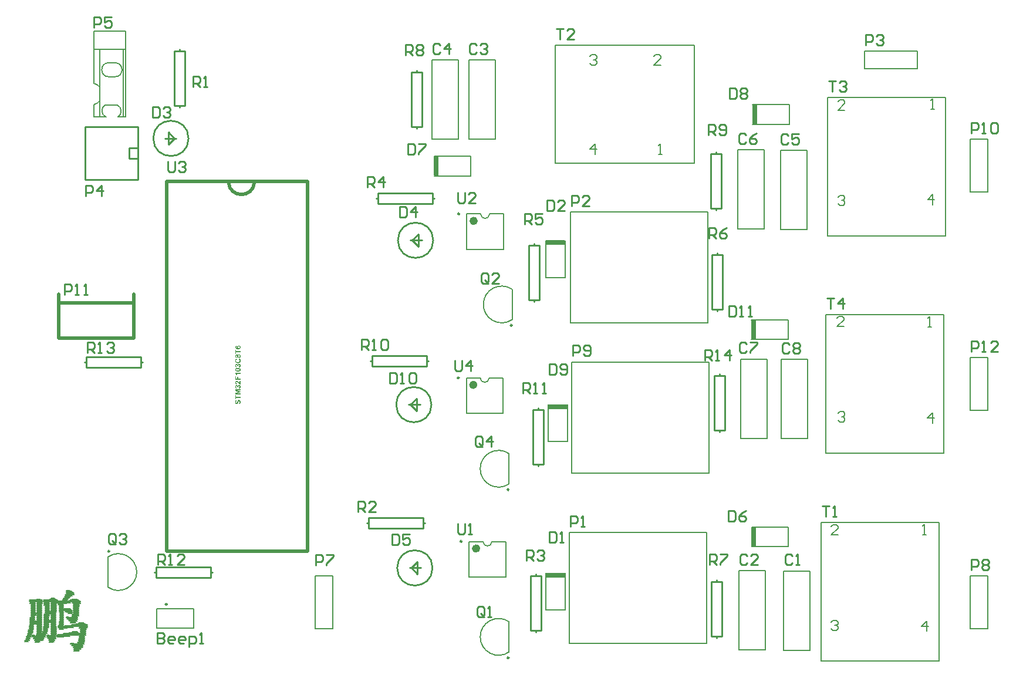
<source format=gto>
G04 Layer_Color=65535*
%FSLAX25Y25*%
%MOIN*%
G70*
G01*
G75*
%ADD30C,0.00787*%
%ADD31C,0.00984*%
%ADD32C,0.02362*%
%ADD33C,0.01000*%
%ADD34C,0.00600*%
%ADD35C,0.02000*%
%ADD36C,0.00500*%
%ADD37C,0.00800*%
%ADD38C,0.00598*%
%ADD39C,0.00591*%
%ADD40R,0.11024X0.03150*%
%ADD41R,0.03150X0.11024*%
G36*
X129665Y192040D02*
X129735Y192035D01*
X129818Y192027D01*
X129906Y192018D01*
X130002Y192009D01*
X130102Y191992D01*
X130207Y191970D01*
X130308Y191948D01*
X130408Y191918D01*
X130509Y191887D01*
X130601Y191843D01*
X130688Y191799D01*
X130762Y191747D01*
X130767Y191743D01*
X130775Y191734D01*
X130793Y191721D01*
X130810Y191703D01*
X130832Y191677D01*
X130858Y191647D01*
X130889Y191607D01*
X130915Y191568D01*
X130946Y191520D01*
X130976Y191472D01*
X131003Y191415D01*
X131025Y191354D01*
X131042Y191288D01*
X131059Y191214D01*
X131068Y191140D01*
X131073Y191061D01*
Y191057D01*
Y191043D01*
X131068Y191017D01*
Y190987D01*
X131064Y190952D01*
X131055Y190908D01*
X131046Y190860D01*
X131029Y190807D01*
X131011Y190751D01*
X130990Y190694D01*
X130963Y190633D01*
X130928Y190576D01*
X130893Y190515D01*
X130845Y190458D01*
X130797Y190401D01*
X130736Y190349D01*
X130732Y190344D01*
X130719Y190336D01*
X130697Y190322D01*
X130670Y190309D01*
X130631Y190287D01*
X130583Y190266D01*
X130522Y190239D01*
X130456Y190218D01*
X130378Y190191D01*
X130290Y190165D01*
X130190Y190143D01*
X130081Y190126D01*
X129958Y190108D01*
X129823Y190095D01*
X129678Y190086D01*
X129521Y190082D01*
X129438D01*
X129381Y190086D01*
X129311Y190091D01*
X129228Y190100D01*
X129141Y190108D01*
X129045Y190117D01*
X128944Y190135D01*
X128844Y190152D01*
X128739Y190178D01*
X128639Y190205D01*
X128542Y190239D01*
X128451Y190279D01*
X128363Y190322D01*
X128289Y190375D01*
X128285Y190379D01*
X128276Y190388D01*
X128258Y190401D01*
X128241Y190423D01*
X128215Y190445D01*
X128188Y190475D01*
X128162Y190515D01*
X128131Y190554D01*
X128101Y190602D01*
X128075Y190650D01*
X128049Y190707D01*
X128022Y190768D01*
X128005Y190834D01*
X127987Y190908D01*
X127979Y190982D01*
X127974Y191061D01*
Y191065D01*
Y191078D01*
Y191105D01*
X127979Y191135D01*
X127983Y191170D01*
X127992Y191214D01*
X128000Y191258D01*
X128014Y191310D01*
X128031Y191367D01*
X128053Y191419D01*
X128075Y191476D01*
X128105Y191533D01*
X128145Y191590D01*
X128184Y191647D01*
X128232Y191699D01*
X128289Y191747D01*
X128293Y191751D01*
X128306Y191760D01*
X128328Y191773D01*
X128359Y191795D01*
X128402Y191817D01*
X128455Y191843D01*
X128512Y191869D01*
X128586Y191896D01*
X128665Y191922D01*
X128756Y191953D01*
X128857Y191974D01*
X128971Y191996D01*
X129093Y192018D01*
X129224Y192031D01*
X129368Y192040D01*
X129526Y192044D01*
X129609D01*
X129665Y192040D01*
D02*
G37*
G36*
X130177Y182430D02*
X130212Y182426D01*
X130251Y182417D01*
X130299Y182408D01*
X130347Y182400D01*
X130452Y182365D01*
X130509Y182339D01*
X130570Y182312D01*
X130627Y182277D01*
X130684Y182238D01*
X130740Y182194D01*
X130793Y182142D01*
X130797Y182137D01*
X130806Y182129D01*
X130819Y182111D01*
X130837Y182089D01*
X130858Y182059D01*
X130880Y182028D01*
X130906Y181984D01*
X130933Y181941D01*
X130959Y181893D01*
X130985Y181836D01*
X131007Y181775D01*
X131029Y181714D01*
X131046Y181644D01*
X131059Y181574D01*
X131068Y181495D01*
X131073Y181416D01*
Y181412D01*
Y181399D01*
Y181377D01*
X131068Y181346D01*
X131064Y181312D01*
X131059Y181272D01*
X131051Y181228D01*
X131042Y181176D01*
X131016Y181071D01*
X130972Y180957D01*
X130946Y180896D01*
X130915Y180844D01*
X130876Y180787D01*
X130837Y180735D01*
X130832Y180730D01*
X130824Y180722D01*
X130810Y180709D01*
X130793Y180691D01*
X130771Y180669D01*
X130740Y180647D01*
X130710Y180621D01*
X130670Y180595D01*
X130627Y180569D01*
X130583Y180538D01*
X130478Y180490D01*
X130356Y180451D01*
X130290Y180433D01*
X130220Y180424D01*
X130150Y180984D01*
X130159D01*
X130185Y180988D01*
X130225Y180997D01*
X130273Y181010D01*
X130325Y181032D01*
X130382Y181054D01*
X130435Y181089D01*
X130483Y181128D01*
X130487Y181132D01*
X130500Y181150D01*
X130518Y181176D01*
X130535Y181207D01*
X130557Y181250D01*
X130574Y181298D01*
X130587Y181351D01*
X130592Y181412D01*
Y181421D01*
X130587Y181443D01*
X130583Y181473D01*
X130574Y181517D01*
X130557Y181565D01*
X130535Y181613D01*
X130500Y181666D01*
X130456Y181714D01*
X130452Y181718D01*
X130430Y181735D01*
X130400Y181753D01*
X130360Y181779D01*
X130308Y181801D01*
X130242Y181823D01*
X130168Y181836D01*
X130085Y181840D01*
X130050D01*
X130011Y181836D01*
X129958Y181827D01*
X129901Y181810D01*
X129845Y181788D01*
X129788Y181757D01*
X129735Y181718D01*
X129731Y181714D01*
X129713Y181696D01*
X129692Y181670D01*
X129670Y181639D01*
X129644Y181596D01*
X129626Y181547D01*
X129609Y181495D01*
X129604Y181434D01*
Y181430D01*
Y181412D01*
Y181390D01*
X129609Y181360D01*
X129613Y181320D01*
X129622Y181272D01*
X129635Y181224D01*
X129648Y181167D01*
X129180Y181228D01*
Y181233D01*
Y181237D01*
Y181250D01*
Y181268D01*
X129176Y181312D01*
X129172Y181364D01*
X129158Y181421D01*
X129141Y181482D01*
X129115Y181539D01*
X129080Y181591D01*
X129076Y181596D01*
X129058Y181613D01*
X129036Y181631D01*
X129001Y181657D01*
X128962Y181679D01*
X128914Y181701D01*
X128857Y181714D01*
X128791Y181718D01*
X128765D01*
X128739Y181714D01*
X128704Y181705D01*
X128665Y181696D01*
X128625Y181679D01*
X128582Y181657D01*
X128547Y181626D01*
X128542Y181622D01*
X128534Y181609D01*
X128516Y181591D01*
X128499Y181561D01*
X128486Y181526D01*
X128468Y181486D01*
X128459Y181434D01*
X128455Y181381D01*
Y181377D01*
Y181355D01*
X128459Y181329D01*
X128468Y181294D01*
X128481Y181255D01*
X128499Y181211D01*
X128525Y181167D01*
X128560Y181128D01*
X128564Y181124D01*
X128577Y181111D01*
X128603Y181093D01*
X128639Y181071D01*
X128678Y181049D01*
X128730Y181032D01*
X128791Y181014D01*
X128861Y181001D01*
X128774Y180468D01*
X128770D01*
X128761Y180473D01*
X128748D01*
X128726Y180477D01*
X128678Y180490D01*
X128612Y180507D01*
X128542Y180534D01*
X128468Y180560D01*
X128398Y180595D01*
X128333Y180634D01*
X128324Y180639D01*
X128306Y180656D01*
X128276Y180682D01*
X128236Y180717D01*
X128197Y180761D01*
X128153Y180813D01*
X128110Y180879D01*
X128070Y180949D01*
Y180953D01*
X128066Y180957D01*
X128057Y180984D01*
X128040Y181027D01*
X128022Y181080D01*
X128005Y181146D01*
X127987Y181224D01*
X127979Y181307D01*
X127974Y181399D01*
Y181403D01*
Y181416D01*
Y181438D01*
X127979Y181469D01*
X127983Y181508D01*
X127987Y181547D01*
X127996Y181596D01*
X128009Y181644D01*
X128040Y181753D01*
X128062Y181810D01*
X128092Y181871D01*
X128123Y181928D01*
X128158Y181980D01*
X128201Y182037D01*
X128250Y182085D01*
X128254Y182089D01*
X128258Y182094D01*
X128271Y182107D01*
X128289Y182120D01*
X128333Y182155D01*
X128394Y182194D01*
X128468Y182234D01*
X128555Y182264D01*
X128652Y182290D01*
X128700Y182295D01*
X128752Y182299D01*
X128770D01*
X128791Y182295D01*
X128818Y182290D01*
X128853Y182286D01*
X128892Y182277D01*
X128936Y182264D01*
X128984Y182247D01*
X129032Y182220D01*
X129084Y182194D01*
X129137Y182159D01*
X129189Y182116D01*
X129242Y182063D01*
X129294Y182006D01*
X129342Y181941D01*
X129390Y181862D01*
Y181867D01*
X129394Y181875D01*
Y181888D01*
X129403Y181906D01*
X129416Y181954D01*
X129443Y182011D01*
X129478Y182076D01*
X129521Y182146D01*
X129578Y182216D01*
X129644Y182277D01*
X129652Y182286D01*
X129678Y182304D01*
X129718Y182325D01*
X129775Y182356D01*
X129840Y182387D01*
X129923Y182408D01*
X130011Y182426D01*
X130111Y182435D01*
X130150D01*
X130177Y182430D01*
D02*
G37*
G36*
Y194417D02*
X130212Y194413D01*
X130251Y194404D01*
X130299Y194395D01*
X130347Y194387D01*
X130452Y194352D01*
X130509Y194325D01*
X130570Y194299D01*
X130627Y194264D01*
X130684Y194225D01*
X130740Y194181D01*
X130793Y194129D01*
X130797Y194124D01*
X130806Y194116D01*
X130819Y194098D01*
X130837Y194076D01*
X130858Y194046D01*
X130880Y194015D01*
X130906Y193971D01*
X130933Y193928D01*
X130959Y193880D01*
X130985Y193823D01*
X131007Y193762D01*
X131029Y193701D01*
X131046Y193631D01*
X131059Y193561D01*
X131068Y193482D01*
X131073Y193403D01*
Y193399D01*
Y193386D01*
Y193364D01*
X131068Y193333D01*
X131064Y193298D01*
X131059Y193259D01*
X131051Y193215D01*
X131042Y193163D01*
X131016Y193058D01*
X130972Y192945D01*
X130946Y192883D01*
X130915Y192831D01*
X130876Y192774D01*
X130837Y192722D01*
X130832Y192717D01*
X130824Y192709D01*
X130810Y192695D01*
X130793Y192678D01*
X130771Y192656D01*
X130740Y192634D01*
X130710Y192608D01*
X130670Y192582D01*
X130627Y192555D01*
X130583Y192525D01*
X130478Y192477D01*
X130356Y192438D01*
X130290Y192420D01*
X130220Y192411D01*
X130150Y192971D01*
X130159D01*
X130185Y192975D01*
X130225Y192984D01*
X130273Y192997D01*
X130325Y193019D01*
X130382Y193041D01*
X130435Y193076D01*
X130483Y193115D01*
X130487Y193119D01*
X130500Y193137D01*
X130518Y193163D01*
X130535Y193194D01*
X130557Y193237D01*
X130574Y193285D01*
X130587Y193338D01*
X130592Y193399D01*
Y193408D01*
X130587Y193430D01*
X130583Y193460D01*
X130574Y193504D01*
X130557Y193552D01*
X130535Y193600D01*
X130500Y193652D01*
X130456Y193701D01*
X130452Y193705D01*
X130430Y193722D01*
X130400Y193740D01*
X130360Y193766D01*
X130308Y193788D01*
X130242Y193810D01*
X130168Y193823D01*
X130085Y193827D01*
X130050D01*
X130011Y193823D01*
X129958Y193814D01*
X129901Y193797D01*
X129845Y193775D01*
X129788Y193744D01*
X129735Y193705D01*
X129731Y193701D01*
X129713Y193683D01*
X129692Y193657D01*
X129670Y193626D01*
X129644Y193582D01*
X129626Y193534D01*
X129609Y193482D01*
X129604Y193421D01*
Y193416D01*
Y193399D01*
Y193377D01*
X129609Y193347D01*
X129613Y193307D01*
X129622Y193259D01*
X129635Y193211D01*
X129648Y193154D01*
X129180Y193215D01*
Y193220D01*
Y193224D01*
Y193237D01*
Y193255D01*
X129176Y193298D01*
X129172Y193351D01*
X129158Y193408D01*
X129141Y193469D01*
X129115Y193526D01*
X129080Y193578D01*
X129076Y193582D01*
X129058Y193600D01*
X129036Y193617D01*
X129001Y193644D01*
X128962Y193666D01*
X128914Y193687D01*
X128857Y193701D01*
X128791Y193705D01*
X128765D01*
X128739Y193701D01*
X128704Y193692D01*
X128665Y193683D01*
X128625Y193666D01*
X128582Y193644D01*
X128547Y193613D01*
X128542Y193609D01*
X128534Y193596D01*
X128516Y193578D01*
X128499Y193547D01*
X128486Y193513D01*
X128468Y193473D01*
X128459Y193421D01*
X128455Y193368D01*
Y193364D01*
Y193342D01*
X128459Y193316D01*
X128468Y193281D01*
X128481Y193242D01*
X128499Y193198D01*
X128525Y193154D01*
X128560Y193115D01*
X128564Y193111D01*
X128577Y193097D01*
X128603Y193080D01*
X128639Y193058D01*
X128678Y193036D01*
X128730Y193019D01*
X128791Y193001D01*
X128861Y192988D01*
X128774Y192455D01*
X128770D01*
X128761Y192459D01*
X128748D01*
X128726Y192464D01*
X128678Y192477D01*
X128612Y192494D01*
X128542Y192521D01*
X128468Y192547D01*
X128398Y192582D01*
X128333Y192621D01*
X128324Y192625D01*
X128306Y192643D01*
X128276Y192669D01*
X128236Y192704D01*
X128197Y192748D01*
X128153Y192800D01*
X128110Y192866D01*
X128070Y192936D01*
Y192940D01*
X128066Y192945D01*
X128057Y192971D01*
X128040Y193014D01*
X128022Y193067D01*
X128005Y193132D01*
X127987Y193211D01*
X127979Y193294D01*
X127974Y193386D01*
Y193390D01*
Y193403D01*
Y193425D01*
X127979Y193456D01*
X127983Y193495D01*
X127987Y193534D01*
X127996Y193582D01*
X128009Y193631D01*
X128040Y193740D01*
X128062Y193797D01*
X128092Y193858D01*
X128123Y193915D01*
X128158Y193967D01*
X128201Y194024D01*
X128250Y194072D01*
X128254Y194076D01*
X128258Y194081D01*
X128271Y194094D01*
X128289Y194107D01*
X128333Y194142D01*
X128394Y194181D01*
X128468Y194220D01*
X128555Y194251D01*
X128652Y194277D01*
X128700Y194282D01*
X128752Y194286D01*
X128770D01*
X128791Y194282D01*
X128818Y194277D01*
X128853Y194273D01*
X128892Y194264D01*
X128936Y194251D01*
X128984Y194234D01*
X129032Y194207D01*
X129084Y194181D01*
X129137Y194146D01*
X129189Y194103D01*
X129242Y194050D01*
X129294Y193993D01*
X129342Y193928D01*
X129390Y193849D01*
Y193853D01*
X129394Y193862D01*
Y193875D01*
X129403Y193893D01*
X129416Y193941D01*
X129443Y193998D01*
X129478Y194063D01*
X129521Y194133D01*
X129578Y194203D01*
X129644Y194264D01*
X129652Y194273D01*
X129678Y194290D01*
X129718Y194312D01*
X129775Y194343D01*
X129840Y194374D01*
X129923Y194395D01*
X130011Y194413D01*
X130111Y194422D01*
X130150D01*
X130177Y194417D01*
D02*
G37*
G36*
X131016Y182723D02*
X131003D01*
X130985Y182727D01*
X130963Y182732D01*
X130937Y182736D01*
X130906Y182740D01*
X130828Y182758D01*
X130740Y182784D01*
X130644Y182819D01*
X130539Y182863D01*
X130439Y182920D01*
X130435D01*
X130426Y182928D01*
X130408Y182937D01*
X130391Y182955D01*
X130360Y182972D01*
X130330Y182998D01*
X130290Y183029D01*
X130247Y183064D01*
X130194Y183103D01*
X130142Y183151D01*
X130081Y183204D01*
X130015Y183265D01*
X129949Y183331D01*
X129875Y183405D01*
X129797Y183483D01*
X129713Y183571D01*
X129709Y183575D01*
X129696Y183588D01*
X129678Y183606D01*
X129652Y183632D01*
X129626Y183667D01*
X129591Y183702D01*
X129513Y183781D01*
X129429Y183859D01*
X129346Y183938D01*
X129311Y183973D01*
X129272Y184008D01*
X129242Y184034D01*
X129215Y184052D01*
X129207Y184056D01*
X129185Y184069D01*
X129150Y184091D01*
X129102Y184113D01*
X129049Y184134D01*
X128988Y184156D01*
X128927Y184169D01*
X128861Y184174D01*
X128831D01*
X128791Y184169D01*
X128748Y184161D01*
X128700Y184148D01*
X128652Y184130D01*
X128603Y184104D01*
X128560Y184069D01*
X128555Y184065D01*
X128542Y184052D01*
X128525Y184025D01*
X128507Y183995D01*
X128490Y183951D01*
X128472Y183903D01*
X128459Y183846D01*
X128455Y183781D01*
Y183772D01*
Y183750D01*
X128459Y183715D01*
X128468Y183676D01*
X128481Y183628D01*
X128503Y183580D01*
X128529Y183531D01*
X128564Y183488D01*
X128569Y183483D01*
X128586Y183470D01*
X128612Y183453D01*
X128652Y183435D01*
X128700Y183414D01*
X128765Y183396D01*
X128840Y183379D01*
X128927Y183370D01*
X128870Y182793D01*
X128866D01*
X128848Y182797D01*
X128826D01*
X128791Y182806D01*
X128752Y182810D01*
X128708Y182824D01*
X128660Y182837D01*
X128603Y182850D01*
X128494Y182894D01*
X128381Y182946D01*
X128324Y182981D01*
X128271Y183020D01*
X128228Y183064D01*
X128184Y183112D01*
X128180Y183116D01*
X128175Y183125D01*
X128166Y183138D01*
X128149Y183160D01*
X128136Y183186D01*
X128118Y183221D01*
X128097Y183256D01*
X128079Y183300D01*
X128057Y183348D01*
X128040Y183400D01*
X128005Y183514D01*
X127983Y183650D01*
X127979Y183719D01*
X127974Y183794D01*
Y183798D01*
Y183816D01*
Y183837D01*
X127979Y183868D01*
X127983Y183907D01*
X127987Y183951D01*
X127996Y183999D01*
X128005Y184052D01*
X128035Y184165D01*
X128079Y184279D01*
X128105Y184340D01*
X128136Y184392D01*
X128175Y184449D01*
X128219Y184497D01*
X128223Y184502D01*
X128228Y184510D01*
X128245Y184519D01*
X128263Y184537D01*
X128285Y184558D01*
X128315Y184580D01*
X128346Y184602D01*
X128385Y184628D01*
X128472Y184672D01*
X128573Y184716D01*
X128630Y184733D01*
X128691Y184742D01*
X128756Y184751D01*
X128822Y184755D01*
X128857D01*
X128896Y184751D01*
X128944Y184746D01*
X129006Y184738D01*
X129071Y184724D01*
X129141Y184707D01*
X129211Y184681D01*
X129220Y184676D01*
X129242Y184668D01*
X129281Y184650D01*
X129329Y184624D01*
X129386Y184593D01*
X129451Y184554D01*
X129521Y184506D01*
X129595Y184449D01*
X129600Y184445D01*
X129622Y184427D01*
X129652Y184401D01*
X129696Y184362D01*
X129748Y184309D01*
X129818Y184244D01*
X129893Y184165D01*
X129984Y184069D01*
X129989Y184065D01*
X129993Y184056D01*
X130006Y184043D01*
X130024Y184025D01*
X130068Y183977D01*
X130120Y183920D01*
X130177Y183864D01*
X130234Y183807D01*
X130282Y183754D01*
X130303Y183737D01*
X130321Y183719D01*
X130325Y183715D01*
X130334Y183706D01*
X130351Y183693D01*
X130373Y183676D01*
X130421Y183636D01*
X130478Y183601D01*
Y184755D01*
X131016D01*
Y182723D01*
D02*
G37*
G36*
X128503Y185891D02*
X129220D01*
Y187154D01*
X129731D01*
Y185891D01*
X131016D01*
Y185280D01*
X127992D01*
Y187355D01*
X128503D01*
Y185891D01*
D02*
G37*
G36*
X131016Y188631D02*
X128826D01*
X128831Y188627D01*
X128840Y188618D01*
X128853Y188601D01*
X128875Y188575D01*
X128901Y188544D01*
X128927Y188509D01*
X128957Y188465D01*
X128992Y188417D01*
X129027Y188365D01*
X129062Y188308D01*
X129102Y188247D01*
X129137Y188181D01*
X129202Y188041D01*
X129263Y187884D01*
X128739D01*
Y187888D01*
X128735Y187893D01*
X128730Y187906D01*
X128726Y187923D01*
X128704Y187967D01*
X128678Y188028D01*
X128643Y188102D01*
X128595Y188186D01*
X128534Y188277D01*
X128464Y188373D01*
X128459Y188378D01*
X128455Y188387D01*
X128442Y188400D01*
X128424Y188417D01*
X128381Y188465D01*
X128324Y188518D01*
X128254Y188579D01*
X128166Y188640D01*
X128075Y188697D01*
X127974Y188741D01*
Y189213D01*
X131016D01*
Y188631D01*
D02*
G37*
G36*
X130111Y197432D02*
X130137Y197424D01*
X130172Y197411D01*
X130212Y197393D01*
X130260Y197376D01*
X130312Y197354D01*
X130369Y197328D01*
X130487Y197266D01*
X130609Y197188D01*
X130727Y197092D01*
X130780Y197039D01*
X130828Y196982D01*
X130832Y196978D01*
X130837Y196969D01*
X130850Y196952D01*
X130867Y196925D01*
X130885Y196895D01*
X130902Y196856D01*
X130924Y196812D01*
X130946Y196764D01*
X130972Y196707D01*
X130994Y196646D01*
X131011Y196580D01*
X131029Y196510D01*
X131046Y196436D01*
X131059Y196353D01*
X131064Y196270D01*
X131068Y196178D01*
Y196169D01*
Y196152D01*
X131064Y196122D01*
X131059Y196078D01*
X131055Y196030D01*
X131046Y195968D01*
X131033Y195903D01*
X131016Y195829D01*
X130994Y195754D01*
X130968Y195676D01*
X130933Y195593D01*
X130893Y195510D01*
X130850Y195427D01*
X130793Y195344D01*
X130732Y195265D01*
X130657Y195191D01*
X130653Y195186D01*
X130640Y195173D01*
X130614Y195156D01*
X130583Y195130D01*
X130539Y195103D01*
X130491Y195068D01*
X130430Y195033D01*
X130360Y194998D01*
X130286Y194963D01*
X130203Y194928D01*
X130107Y194894D01*
X130006Y194867D01*
X129901Y194841D01*
X129783Y194824D01*
X129661Y194810D01*
X129530Y194806D01*
X129495D01*
X129456Y194810D01*
X129403D01*
X129342Y194819D01*
X129268Y194828D01*
X129189Y194837D01*
X129097Y194854D01*
X129006Y194876D01*
X128909Y194902D01*
X128813Y194933D01*
X128713Y194972D01*
X128617Y195016D01*
X128525Y195068D01*
X128437Y195125D01*
X128354Y195195D01*
X128350Y195199D01*
X128337Y195212D01*
X128315Y195234D01*
X128289Y195265D01*
X128258Y195304D01*
X128223Y195352D01*
X128184Y195405D01*
X128145Y195470D01*
X128105Y195540D01*
X128066Y195615D01*
X128031Y195702D01*
X128000Y195789D01*
X127974Y195890D01*
X127952Y195990D01*
X127939Y196104D01*
X127935Y196218D01*
Y196222D01*
Y196244D01*
Y196270D01*
X127939Y196309D01*
X127944Y196357D01*
X127952Y196410D01*
X127961Y196471D01*
X127974Y196537D01*
X127992Y196607D01*
X128014Y196681D01*
X128040Y196755D01*
X128075Y196834D01*
X128110Y196908D01*
X128153Y196978D01*
X128206Y197052D01*
X128263Y197118D01*
Y197122D01*
X128271Y197126D01*
X128285Y197140D01*
X128298Y197153D01*
X128320Y197170D01*
X128346Y197188D01*
X128407Y197236D01*
X128486Y197284D01*
X128582Y197336D01*
X128691Y197384D01*
X128818Y197428D01*
X128962Y196825D01*
X128957D01*
X128953Y196821D01*
X128940D01*
X128922Y196812D01*
X128883Y196799D01*
X128831Y196777D01*
X128770Y196746D01*
X128708Y196707D01*
X128647Y196655D01*
X128595Y196598D01*
X128590Y196589D01*
X128573Y196567D01*
X128551Y196532D01*
X128525Y196484D01*
X128499Y196423D01*
X128477Y196353D01*
X128459Y196274D01*
X128455Y196187D01*
Y196183D01*
Y196174D01*
Y196156D01*
X128459Y196130D01*
X128464Y196104D01*
X128468Y196069D01*
X128486Y195995D01*
X128516Y195907D01*
X128560Y195816D01*
X128586Y195767D01*
X128617Y195724D01*
X128656Y195680D01*
X128700Y195641D01*
X128704D01*
X128713Y195632D01*
X128726Y195623D01*
X128748Y195610D01*
X128774Y195593D01*
X128805Y195575D01*
X128844Y195558D01*
X128888Y195540D01*
X128940Y195518D01*
X128997Y195501D01*
X129062Y195483D01*
X129132Y195466D01*
X129211Y195453D01*
X129294Y195444D01*
X129386Y195440D01*
X129486Y195435D01*
X129543D01*
X129578Y195440D01*
X129626D01*
X129683Y195449D01*
X129740Y195453D01*
X129805Y195462D01*
X129941Y195488D01*
X130076Y195523D01*
X130142Y195545D01*
X130203Y195575D01*
X130260Y195606D01*
X130308Y195641D01*
X130312Y195645D01*
X130317Y195650D01*
X130330Y195663D01*
X130347Y195680D01*
X130382Y195724D01*
X130426Y195785D01*
X130474Y195859D01*
X130509Y195951D01*
X130539Y196056D01*
X130544Y196113D01*
X130548Y196174D01*
Y196178D01*
Y196183D01*
Y196196D01*
X130544Y196213D01*
X130539Y196261D01*
X130531Y196318D01*
X130509Y196379D01*
X130483Y196449D01*
X130448Y196519D01*
X130395Y196589D01*
X130386Y196598D01*
X130365Y196620D01*
X130330Y196650D01*
X130277Y196685D01*
X130207Y196729D01*
X130124Y196768D01*
X130024Y196808D01*
X129906Y196843D01*
X130089Y197437D01*
X130094D01*
X130111Y197432D01*
D02*
G37*
G36*
X128503Y201610D02*
X131016D01*
Y200998D01*
X128503D01*
Y200102D01*
X127992D01*
Y202502D01*
X128503D01*
Y201610D01*
D02*
G37*
G36*
X130124Y204787D02*
X130164Y204783D01*
X130207Y204778D01*
X130260Y204770D01*
X130312Y204757D01*
X130435Y204726D01*
X130496Y204704D01*
X130557Y204674D01*
X130618Y204643D01*
X130679Y204608D01*
X130740Y204564D01*
X130793Y204516D01*
X130797Y204512D01*
X130806Y204503D01*
X130819Y204490D01*
X130837Y204468D01*
X130858Y204442D01*
X130880Y204407D01*
X130906Y204372D01*
X130933Y204328D01*
X130959Y204280D01*
X130985Y204228D01*
X131007Y204171D01*
X131029Y204105D01*
X131046Y204040D01*
X131059Y203970D01*
X131068Y203896D01*
X131073Y203817D01*
Y203813D01*
Y203795D01*
X131068Y203773D01*
Y203743D01*
X131059Y203703D01*
X131055Y203655D01*
X131042Y203607D01*
X131029Y203551D01*
X131011Y203494D01*
X130985Y203432D01*
X130959Y203367D01*
X130924Y203306D01*
X130885Y203240D01*
X130837Y203179D01*
X130780Y203118D01*
X130719Y203061D01*
X130714Y203057D01*
X130701Y203048D01*
X130679Y203035D01*
X130649Y203017D01*
X130609Y202991D01*
X130561Y202969D01*
X130505Y202943D01*
X130439Y202917D01*
X130360Y202886D01*
X130277Y202860D01*
X130181Y202838D01*
X130072Y202816D01*
X129958Y202794D01*
X129832Y202781D01*
X129696Y202773D01*
X129547Y202768D01*
X129469D01*
X129412Y202773D01*
X129342Y202777D01*
X129263Y202786D01*
X129176Y202794D01*
X129084Y202807D01*
X128988Y202821D01*
X128888Y202842D01*
X128787Y202869D01*
X128686Y202899D01*
X128595Y202934D01*
X128503Y202974D01*
X128420Y203022D01*
X128346Y203074D01*
X128341Y203079D01*
X128328Y203087D01*
X128311Y203105D01*
X128289Y203131D01*
X128258Y203162D01*
X128228Y203197D01*
X128193Y203240D01*
X128158Y203288D01*
X128127Y203345D01*
X128092Y203402D01*
X128062Y203472D01*
X128031Y203542D01*
X128009Y203616D01*
X127992Y203699D01*
X127979Y203782D01*
X127974Y203874D01*
Y203878D01*
Y203891D01*
Y203909D01*
X127979Y203931D01*
Y203961D01*
X127983Y203996D01*
X128000Y204075D01*
X128022Y204162D01*
X128057Y204258D01*
X128105Y204355D01*
X128136Y204398D01*
X128171Y204442D01*
Y204446D01*
X128180Y204451D01*
X128193Y204464D01*
X128206Y204477D01*
X128228Y204499D01*
X128250Y204516D01*
X128311Y204564D01*
X128394Y204612D01*
X128490Y204660D01*
X128599Y204704D01*
X128730Y204735D01*
X128791Y204175D01*
X128783D01*
X128765Y204171D01*
X128735Y204162D01*
X128695Y204153D01*
X128656Y204140D01*
X128612Y204119D01*
X128573Y204097D01*
X128538Y204066D01*
X128534Y204062D01*
X128525Y204049D01*
X128512Y204031D01*
X128494Y204005D01*
X128481Y203974D01*
X128468Y203935D01*
X128459Y203887D01*
X128455Y203839D01*
Y203830D01*
X128459Y203808D01*
X128464Y203773D01*
X128477Y203730D01*
X128494Y203681D01*
X128525Y203629D01*
X128564Y203577D01*
X128621Y203529D01*
X128630Y203524D01*
X128639Y203516D01*
X128656Y203507D01*
X128673Y203498D01*
X128700Y203485D01*
X128730Y203476D01*
X128770Y203463D01*
X128813Y203446D01*
X128861Y203432D01*
X128918Y203419D01*
X128979Y203406D01*
X129049Y203393D01*
X129128Y203384D01*
X129215Y203376D01*
X129307Y203367D01*
X129303Y203371D01*
X129294Y203376D01*
X129285Y203389D01*
X129268Y203406D01*
X129246Y203428D01*
X129224Y203454D01*
X129176Y203516D01*
X129132Y203594D01*
X129089Y203686D01*
X129071Y203738D01*
X129062Y203791D01*
X129054Y203848D01*
X129049Y203909D01*
Y203913D01*
Y203926D01*
Y203944D01*
X129054Y203970D01*
X129058Y204001D01*
X129062Y204035D01*
X129071Y204079D01*
X129084Y204123D01*
X129119Y204219D01*
X129141Y204272D01*
X129167Y204324D01*
X129198Y204376D01*
X129237Y204429D01*
X129281Y204481D01*
X129329Y204529D01*
X129333Y204534D01*
X129342Y204542D01*
X129355Y204556D01*
X129377Y204569D01*
X129408Y204591D01*
X129438Y204612D01*
X129478Y204634D01*
X129521Y204660D01*
X129569Y204687D01*
X129626Y204709D01*
X129683Y204730D01*
X129748Y204752D01*
X129814Y204765D01*
X129888Y204778D01*
X129963Y204787D01*
X130046Y204791D01*
X130089D01*
X130124Y204787D01*
D02*
G37*
G36*
X130203Y173948D02*
X130234Y173944D01*
X130295Y173935D01*
X130373Y173917D01*
X130456Y173891D01*
X130539Y173852D01*
X130627Y173804D01*
X130631D01*
X130636Y173795D01*
X130662Y173778D01*
X130705Y173743D01*
X130754Y173699D01*
X130810Y173642D01*
X130863Y173568D01*
X130915Y173489D01*
X130963Y173393D01*
Y173389D01*
X130968Y173380D01*
X130972Y173367D01*
X130981Y173345D01*
X130990Y173319D01*
X130998Y173288D01*
X131007Y173253D01*
X131016Y173214D01*
X131029Y173166D01*
X131038Y173118D01*
X131055Y173004D01*
X131068Y172877D01*
X131073Y172738D01*
Y172733D01*
Y172711D01*
Y172681D01*
X131068Y172641D01*
X131064Y172593D01*
X131059Y172541D01*
X131051Y172480D01*
X131038Y172414D01*
X131007Y172270D01*
X130985Y172196D01*
X130963Y172126D01*
X130933Y172052D01*
X130898Y171982D01*
X130858Y171916D01*
X130810Y171855D01*
X130806Y171851D01*
X130797Y171842D01*
X130784Y171824D01*
X130762Y171807D01*
X130732Y171781D01*
X130697Y171754D01*
X130657Y171724D01*
X130614Y171693D01*
X130561Y171663D01*
X130505Y171632D01*
X130439Y171601D01*
X130369Y171571D01*
X130295Y171549D01*
X130212Y171523D01*
X130124Y171505D01*
X130033Y171492D01*
X129976Y172086D01*
X129980D01*
X129989Y172091D01*
X130006D01*
X130024Y172095D01*
X130076Y172113D01*
X130142Y172134D01*
X130216Y172161D01*
X130290Y172200D01*
X130356Y172244D01*
X130417Y172301D01*
X130421Y172309D01*
X130439Y172331D01*
X130461Y172366D01*
X130487Y172419D01*
X130513Y172484D01*
X130535Y172558D01*
X130552Y172646D01*
X130557Y172746D01*
Y172751D01*
Y172759D01*
Y172773D01*
Y172794D01*
X130548Y172847D01*
X130539Y172912D01*
X130526Y172982D01*
X130505Y173057D01*
X130474Y173126D01*
X130435Y173188D01*
X130430Y173196D01*
X130413Y173214D01*
X130386Y173236D01*
X130351Y173266D01*
X130308Y173293D01*
X130255Y173319D01*
X130203Y173336D01*
X130142Y173341D01*
X130124D01*
X130102Y173336D01*
X130076Y173332D01*
X130050Y173323D01*
X130019Y173314D01*
X129989Y173297D01*
X129958Y173275D01*
X129954Y173271D01*
X129945Y173262D01*
X129932Y173249D01*
X129914Y173227D01*
X129893Y173196D01*
X129871Y173157D01*
X129849Y173113D01*
X129827Y173057D01*
Y173052D01*
X129818Y173035D01*
X129810Y173004D01*
X129801Y172982D01*
X129797Y172956D01*
X129788Y172925D01*
X129775Y172890D01*
X129766Y172851D01*
X129753Y172808D01*
X129740Y172755D01*
X129727Y172698D01*
X129709Y172637D01*
X129692Y172567D01*
Y172563D01*
X129687Y172545D01*
X129678Y172519D01*
X129670Y172488D01*
X129657Y172449D01*
X129644Y172401D01*
X129626Y172353D01*
X129609Y172296D01*
X129565Y172183D01*
X129513Y172073D01*
X129486Y172017D01*
X129456Y171968D01*
X129425Y171920D01*
X129394Y171881D01*
X129390Y171877D01*
X129381Y171868D01*
X129368Y171855D01*
X129351Y171837D01*
X129325Y171816D01*
X129294Y171794D01*
X129263Y171767D01*
X129224Y171746D01*
X129132Y171693D01*
X129027Y171650D01*
X128971Y171632D01*
X128914Y171619D01*
X128848Y171610D01*
X128783Y171606D01*
X128743D01*
X128700Y171615D01*
X128643Y171623D01*
X128577Y171636D01*
X128503Y171658D01*
X128424Y171689D01*
X128350Y171732D01*
X128346D01*
X128341Y171737D01*
X128315Y171759D01*
X128280Y171785D01*
X128236Y171829D01*
X128188Y171881D01*
X128136Y171947D01*
X128088Y172021D01*
X128044Y172108D01*
Y172113D01*
X128040Y172121D01*
X128035Y172134D01*
X128027Y172152D01*
X128018Y172178D01*
X128009Y172204D01*
X128000Y172239D01*
X127987Y172279D01*
X127970Y172366D01*
X127952Y172467D01*
X127939Y172580D01*
X127935Y172707D01*
Y172716D01*
Y172733D01*
Y172759D01*
X127939Y172799D01*
X127944Y172847D01*
X127948Y172904D01*
X127957Y172960D01*
X127965Y173026D01*
X127996Y173166D01*
X128018Y173236D01*
X128040Y173306D01*
X128070Y173376D01*
X128105Y173441D01*
X128145Y173502D01*
X128188Y173559D01*
X128193Y173564D01*
X128201Y173572D01*
X128215Y173585D01*
X128232Y173603D01*
X128258Y173625D01*
X128289Y173651D01*
X128324Y173677D01*
X128363Y173708D01*
X128411Y173734D01*
X128459Y173760D01*
X128516Y173786D01*
X128577Y173808D01*
X128639Y173830D01*
X128708Y173848D01*
X128778Y173861D01*
X128857Y173865D01*
X128879Y173253D01*
X128870D01*
X128840Y173245D01*
X128800Y173236D01*
X128752Y173218D01*
X128695Y173196D01*
X128643Y173166D01*
X128590Y173126D01*
X128547Y173083D01*
X128542Y173078D01*
X128529Y173061D01*
X128512Y173030D01*
X128494Y172987D01*
X128477Y172934D01*
X128459Y172869D01*
X128446Y172790D01*
X128442Y172698D01*
Y172694D01*
Y172685D01*
Y172672D01*
Y172654D01*
X128446Y172607D01*
X128455Y172550D01*
X128468Y172484D01*
X128490Y172414D01*
X128516Y172349D01*
X128555Y172287D01*
X128560Y172283D01*
X128569Y172274D01*
X128582Y172257D01*
X128603Y172239D01*
X128630Y172222D01*
X128665Y172204D01*
X128700Y172196D01*
X128743Y172191D01*
X128761D01*
X128783Y172196D01*
X128805Y172204D01*
X128835Y172213D01*
X128866Y172226D01*
X128896Y172248D01*
X128927Y172279D01*
X128931Y172283D01*
X128944Y172305D01*
X128953Y172318D01*
X128962Y172340D01*
X128975Y172362D01*
X128988Y172392D01*
X129001Y172427D01*
X129019Y172467D01*
X129036Y172515D01*
X129054Y172563D01*
X129071Y172624D01*
X129089Y172689D01*
X129106Y172759D01*
X129128Y172838D01*
Y172843D01*
X129132Y172860D01*
X129137Y172882D01*
X129145Y172912D01*
X129154Y172947D01*
X129167Y172991D01*
X129180Y173039D01*
X129193Y173087D01*
X129228Y173192D01*
X129263Y173301D01*
X129303Y173406D01*
X129325Y173450D01*
X129346Y173494D01*
Y173498D01*
X129351Y173502D01*
X129368Y173529D01*
X129394Y173568D01*
X129429Y173616D01*
X129473Y173668D01*
X129526Y173725D01*
X129587Y173782D01*
X129657Y173830D01*
X129665Y173834D01*
X129692Y173848D01*
X129731Y173869D01*
X129788Y173891D01*
X129858Y173913D01*
X129941Y173935D01*
X130033Y173948D01*
X130137Y173952D01*
X130181D01*
X130203Y173948D01*
D02*
G37*
G36*
X131016Y179393D02*
X128639Y179389D01*
X131016Y178794D01*
Y178204D01*
X128639Y177610D01*
X131016D01*
Y177046D01*
X127992D01*
Y177960D01*
X130059Y178502D01*
X127992Y179039D01*
Y179957D01*
X131016D01*
Y179393D01*
D02*
G37*
G36*
X128503Y175766D02*
X131016D01*
Y175154D01*
X128503D01*
Y174258D01*
X127992D01*
Y176657D01*
X128503D01*
Y175766D01*
D02*
G37*
G36*
X130199Y199814D02*
X130234Y199810D01*
X130277Y199805D01*
X130321Y199797D01*
X130369Y199784D01*
X130478Y199753D01*
X130535Y199731D01*
X130592Y199705D01*
X130649Y199674D01*
X130705Y199635D01*
X130758Y199596D01*
X130810Y199548D01*
X130815Y199543D01*
X130824Y199534D01*
X130837Y199521D01*
X130850Y199499D01*
X130871Y199473D01*
X130893Y199438D01*
X130915Y199403D01*
X130941Y199360D01*
X130968Y199312D01*
X130990Y199255D01*
X131011Y199198D01*
X131033Y199137D01*
X131046Y199067D01*
X131059Y198993D01*
X131068Y198918D01*
X131073Y198835D01*
Y198831D01*
Y198818D01*
Y198796D01*
X131068Y198765D01*
X131064Y198730D01*
X131059Y198691D01*
X131055Y198647D01*
X131046Y198595D01*
X131020Y198486D01*
X130981Y198372D01*
X130959Y198315D01*
X130928Y198258D01*
X130898Y198202D01*
X130858Y198149D01*
X130854Y198145D01*
X130845Y198136D01*
X130832Y198118D01*
X130810Y198097D01*
X130784Y198075D01*
X130754Y198049D01*
X130714Y198018D01*
X130675Y197987D01*
X130627Y197957D01*
X130574Y197926D01*
X130518Y197900D01*
X130452Y197878D01*
X130386Y197856D01*
X130312Y197839D01*
X130238Y197830D01*
X130155Y197826D01*
X130111D01*
X130063Y197830D01*
X130006Y197839D01*
X129936Y197856D01*
X129858Y197874D01*
X129779Y197904D01*
X129700Y197944D01*
X129696D01*
X129692Y197948D01*
X129665Y197966D01*
X129630Y197996D01*
X129582Y198040D01*
X129530Y198092D01*
X129478Y198158D01*
X129429Y198237D01*
X129381Y198328D01*
Y198324D01*
X129377Y198320D01*
X129364Y198293D01*
X129342Y198254D01*
X129316Y198206D01*
X129277Y198149D01*
X129233Y198097D01*
X129180Y198044D01*
X129123Y198001D01*
X129115Y197996D01*
X129093Y197983D01*
X129062Y197970D01*
X129014Y197952D01*
X128962Y197931D01*
X128896Y197917D01*
X128831Y197904D01*
X128756Y197900D01*
X128726D01*
X128700Y197904D01*
X128673Y197909D01*
X128639Y197913D01*
X128560Y197931D01*
X128472Y197957D01*
X128376Y198001D01*
X128333Y198027D01*
X128285Y198057D01*
X128241Y198097D01*
X128197Y198136D01*
X128193Y198140D01*
X128188Y198149D01*
X128175Y198162D01*
X128162Y198180D01*
X128145Y198206D01*
X128127Y198232D01*
X128105Y198267D01*
X128084Y198311D01*
X128066Y198354D01*
X128044Y198403D01*
X128027Y198459D01*
X128009Y198521D01*
X127996Y198586D01*
X127983Y198656D01*
X127979Y198730D01*
X127974Y198809D01*
Y198813D01*
Y198827D01*
Y198853D01*
X127979Y198879D01*
X127983Y198918D01*
X127987Y198958D01*
X127992Y199006D01*
X128000Y199054D01*
X128027Y199163D01*
X128066Y199277D01*
X128092Y199329D01*
X128123Y199386D01*
X128158Y199434D01*
X128197Y199482D01*
X128201Y199486D01*
X128206Y199491D01*
X128219Y199504D01*
X128236Y199521D01*
X128258Y199539D01*
X128285Y199556D01*
X128350Y199604D01*
X128433Y199648D01*
X128525Y199683D01*
X128634Y199714D01*
X128695Y199718D01*
X128756Y199722D01*
X128791D01*
X128831Y199718D01*
X128883Y199709D01*
X128940Y199696D01*
X129001Y199674D01*
X129067Y199648D01*
X129132Y199609D01*
X129141Y199604D01*
X129158Y199587D01*
X129189Y199565D01*
X129224Y199530D01*
X129268Y199486D01*
X129307Y199434D01*
X129346Y199373D01*
X129381Y199303D01*
Y199307D01*
X129386Y199316D01*
X129390Y199329D01*
X129399Y199346D01*
X129425Y199390D01*
X129460Y199447D01*
X129499Y199508D01*
X129552Y199574D01*
X129613Y199635D01*
X129683Y199687D01*
X129692Y199692D01*
X129718Y199709D01*
X129757Y199731D01*
X129810Y199753D01*
X129875Y199779D01*
X129954Y199797D01*
X130037Y199814D01*
X130129Y199819D01*
X130168D01*
X130199Y199814D01*
D02*
G37*
%LPC*%
G36*
X129622Y191432D02*
X129394D01*
X129346Y191428D01*
X129290D01*
X129233Y191424D01*
X129110Y191419D01*
X128992Y191411D01*
X128936Y191402D01*
X128879Y191393D01*
X128831Y191384D01*
X128791Y191376D01*
X128787D01*
X128783Y191371D01*
X128761Y191367D01*
X128726Y191354D01*
X128682Y191341D01*
X128639Y191319D01*
X128595Y191297D01*
X128555Y191271D01*
X128525Y191244D01*
X128521Y191240D01*
X128512Y191231D01*
X128503Y191214D01*
X128490Y191192D01*
X128477Y191166D01*
X128464Y191135D01*
X128459Y191100D01*
X128455Y191061D01*
Y191057D01*
Y191043D01*
X128459Y191022D01*
X128464Y191000D01*
X128472Y190969D01*
X128486Y190939D01*
X128503Y190904D01*
X128525Y190873D01*
X128529Y190869D01*
X128538Y190860D01*
X128555Y190847D01*
X128577Y190829D01*
X128612Y190807D01*
X128652Y190790D01*
X128704Y190768D01*
X128765Y190751D01*
X128770D01*
X128774Y190746D01*
X128791D01*
X128809Y190742D01*
X128835Y190738D01*
X128866Y190733D01*
X128901Y190729D01*
X128944Y190725D01*
X128997Y190716D01*
X129049Y190711D01*
X129115Y190707D01*
X129180Y190703D01*
X129259Y190698D01*
X129338D01*
X129429Y190694D01*
X129657D01*
X129705Y190698D01*
X129762D01*
X129818Y190703D01*
X129941Y190707D01*
X130063Y190716D01*
X130120Y190720D01*
X130172Y190729D01*
X130220Y190738D01*
X130264Y190746D01*
X130273Y190751D01*
X130295Y190755D01*
X130330Y190768D01*
X130369Y190781D01*
X130413Y190803D01*
X130456Y190825D01*
X130496Y190851D01*
X130526Y190877D01*
X130531Y190882D01*
X130535Y190891D01*
X130548Y190908D01*
X130557Y190930D01*
X130570Y190956D01*
X130583Y190987D01*
X130587Y191022D01*
X130592Y191061D01*
Y191065D01*
Y191078D01*
X130587Y191100D01*
X130583Y191122D01*
X130574Y191153D01*
X130566Y191183D01*
X130548Y191214D01*
X130526Y191244D01*
X130522Y191249D01*
X130513Y191258D01*
X130496Y191275D01*
X130470Y191293D01*
X130439Y191310D01*
X130395Y191332D01*
X130347Y191354D01*
X130286Y191371D01*
X130282D01*
X130277Y191376D01*
X130260D01*
X130242Y191380D01*
X130216Y191384D01*
X130185Y191389D01*
X130150Y191398D01*
X130107Y191402D01*
X130059Y191406D01*
X130002Y191415D01*
X129941Y191419D01*
X129871Y191424D01*
X129797Y191428D01*
X129713D01*
X129622Y191432D01*
D02*
G37*
G36*
X130054Y204223D02*
X130006D01*
X129954Y204219D01*
X129888Y204210D01*
X129818Y204193D01*
X129744Y204175D01*
X129674Y204145D01*
X129617Y204105D01*
X129613Y204101D01*
X129595Y204084D01*
X129574Y204062D01*
X129547Y204027D01*
X129521Y203983D01*
X129499Y203935D01*
X129482Y203878D01*
X129478Y203817D01*
Y203808D01*
Y203791D01*
X129486Y203756D01*
X129495Y203716D01*
X129513Y203673D01*
X129534Y203625D01*
X129569Y203577D01*
X129613Y203533D01*
X129617Y203529D01*
X129639Y203516D01*
X129670Y203498D01*
X129709Y203476D01*
X129766Y203454D01*
X129832Y203437D01*
X129910Y203424D01*
X130002Y203419D01*
X130050D01*
X130098Y203428D01*
X130164Y203437D01*
X130234Y203450D01*
X130308Y203472D01*
X130378Y203502D01*
X130439Y203546D01*
X130443Y203551D01*
X130461Y203568D01*
X130487Y203598D01*
X130513Y203633D01*
X130544Y203677D01*
X130566Y203725D01*
X130583Y203782D01*
X130592Y203843D01*
Y203852D01*
Y203870D01*
X130583Y203900D01*
X130574Y203939D01*
X130561Y203979D01*
X130539Y204027D01*
X130509Y204070D01*
X130470Y204114D01*
X130465Y204119D01*
X130443Y204132D01*
X130413Y204149D01*
X130369Y204171D01*
X130312Y204188D01*
X130242Y204206D01*
X130155Y204219D01*
X130054Y204223D01*
D02*
G37*
G36*
X128796Y199176D02*
X128770D01*
X128739Y199172D01*
X128704Y199163D01*
X128660Y199150D01*
X128617Y199132D01*
X128573Y199110D01*
X128534Y199076D01*
X128529Y199071D01*
X128516Y199058D01*
X128503Y199036D01*
X128481Y199006D01*
X128464Y198966D01*
X128451Y198923D01*
X128437Y198870D01*
X128433Y198813D01*
Y198805D01*
Y198787D01*
X128437Y198757D01*
X128446Y198717D01*
X128459Y198673D01*
X128477Y198630D01*
X128499Y198586D01*
X128534Y198547D01*
X128538Y198542D01*
X128551Y198534D01*
X128573Y198516D01*
X128603Y198499D01*
X128643Y198481D01*
X128686Y198464D01*
X128739Y198455D01*
X128800Y198451D01*
X128831D01*
X128861Y198455D01*
X128901Y198464D01*
X128944Y198472D01*
X128988Y198490D01*
X129032Y198516D01*
X129071Y198547D01*
X129076Y198551D01*
X129084Y198564D01*
X129102Y198586D01*
X129119Y198617D01*
X129137Y198656D01*
X129154Y198700D01*
X129163Y198752D01*
X129167Y198809D01*
Y198818D01*
Y198835D01*
X129163Y198866D01*
X129154Y198905D01*
X129145Y198949D01*
X129128Y198993D01*
X129102Y199036D01*
X129071Y199076D01*
X129067Y199080D01*
X129054Y199093D01*
X129032Y199106D01*
X128997Y199128D01*
X128957Y199145D01*
X128914Y199159D01*
X128857Y199172D01*
X128796Y199176D01*
D02*
G37*
G36*
X130102Y199246D02*
X130068D01*
X130028Y199242D01*
X129980Y199233D01*
X129923Y199215D01*
X129866Y199194D01*
X129810Y199163D01*
X129757Y199124D01*
X129753Y199119D01*
X129735Y199102D01*
X129713Y199076D01*
X129692Y199041D01*
X129665Y198997D01*
X129648Y198944D01*
X129630Y198883D01*
X129626Y198818D01*
Y198813D01*
Y198809D01*
Y198783D01*
X129635Y198743D01*
X129644Y198700D01*
X129661Y198647D01*
X129687Y198595D01*
X129727Y198542D01*
X129775Y198499D01*
X129783Y198494D01*
X129801Y198481D01*
X129832Y198468D01*
X129871Y198451D01*
X129919Y198429D01*
X129971Y198416D01*
X130033Y198403D01*
X130094Y198398D01*
X130133D01*
X130177Y198407D01*
X130234Y198416D01*
X130295Y198429D01*
X130356Y198451D01*
X130417Y198481D01*
X130474Y198521D01*
X130478Y198525D01*
X130496Y198542D01*
X130513Y198569D01*
X130539Y198604D01*
X130561Y198647D01*
X130583Y198700D01*
X130601Y198761D01*
X130605Y198827D01*
Y198835D01*
Y198857D01*
X130596Y198888D01*
X130587Y198931D01*
X130574Y198979D01*
X130552Y199028D01*
X130522Y199076D01*
X130478Y199124D01*
X130474Y199128D01*
X130452Y199141D01*
X130426Y199163D01*
X130382Y199185D01*
X130330Y199207D01*
X130264Y199229D01*
X130190Y199242D01*
X130102Y199246D01*
D02*
G37*
%LPD*%
D30*
X55630Y67635D02*
G03*
X55630Y84727I5984J8546D01*
G01*
X267185Y186417D02*
G03*
X272185Y186417I2500J0D01*
G01*
X268760Y93504D02*
G03*
X273760Y93504I2500J0D01*
G01*
X283543Y143389D02*
G03*
X283543Y126296I-5984J-8546D01*
G01*
X285315Y236696D02*
G03*
X285315Y219603I-5984J-8546D01*
G01*
X283543Y47916D02*
G03*
X283543Y30824I-5984J-8546D01*
G01*
X267382Y279528D02*
G03*
X272382Y279528I2500J0D01*
G01*
X437972Y197106D02*
X452972D01*
Y152106D02*
Y197106D01*
X437972Y152106D02*
X452972D01*
X437972D02*
Y197106D01*
X55630Y67635D02*
Y84727D01*
X259252Y166339D02*
Y186417D01*
X280118Y166339D02*
Y186417D01*
X259252D02*
X267185D01*
X272185D02*
X280118D01*
X259252Y166339D02*
X280118D01*
X316732Y150394D02*
Y171260D01*
X305709Y150394D02*
Y171260D01*
Y150394D02*
X316732D01*
X437579Y315610D02*
X452579D01*
Y270610D02*
Y315610D01*
X437579Y270610D02*
X452579D01*
X437579D02*
Y315610D01*
X413366Y316004D02*
X428366D01*
Y271004D02*
Y316004D01*
X413366Y271004D02*
X428366D01*
X413366D02*
Y316004D01*
X421850Y341535D02*
X442716D01*
X421850Y330512D02*
X442716D01*
Y341535D01*
X260606Y321942D02*
X275606D01*
X260606D02*
Y366942D01*
X275606D01*
Y321942D02*
Y366942D01*
X239806Y321942D02*
X254806D01*
X239806D02*
Y366942D01*
X254806D01*
Y321942D02*
Y366942D01*
X421260Y101575D02*
X442126D01*
X421260Y90551D02*
X442126D01*
Y101575D01*
X260827Y73425D02*
Y93504D01*
X281693Y73425D02*
Y93504D01*
X260827D02*
X268760D01*
X273760D02*
X281693D01*
X260827Y73425D02*
X281693D01*
X315355Y243504D02*
Y264370D01*
X304331Y243504D02*
Y264370D01*
Y243504D02*
X315355D01*
X555394Y168032D02*
Y198032D01*
X545394D02*
X555394D01*
X545394Y168032D02*
Y198032D01*
Y168032D02*
X555394D01*
Y292047D02*
Y322047D01*
X545394D02*
X555394D01*
X545394Y292047D02*
Y322047D01*
Y292047D02*
X555394D01*
Y44016D02*
Y74016D01*
X545394D02*
X555394D01*
X545394Y44016D02*
Y74016D01*
Y44016D02*
X555394D01*
X485551Y362126D02*
X515551D01*
Y372126D01*
X485551D02*
X515551D01*
X485551Y362126D02*
Y372126D01*
X83268Y44291D02*
X104291D01*
X83268Y55315D02*
X104291D01*
Y44291D02*
Y55315D01*
X83268Y44291D02*
Y55315D01*
X240945Y312205D02*
X261811D01*
X240945Y301181D02*
X261811D01*
Y312205D01*
X414941Y197106D02*
X429941D01*
Y152106D02*
Y197106D01*
X414941Y152106D02*
X429941D01*
X414941D02*
Y197106D01*
X283543Y126296D02*
Y143389D01*
X285315Y219603D02*
Y236696D01*
X283543Y30824D02*
Y47916D01*
X315354Y54725D02*
Y75591D01*
X304331Y54725D02*
Y75591D01*
Y54725D02*
X315354D01*
X259449Y259449D02*
Y279527D01*
X280315Y259449D02*
Y279527D01*
X259449D02*
X267382D01*
X272382D02*
X280315D01*
X259449Y259449D02*
X280315D01*
X421063Y219488D02*
X441929D01*
X421063Y208465D02*
X441929D01*
Y219488D01*
X173346Y74094D02*
X183346D01*
Y44094D02*
Y74094D01*
X173346Y44094D02*
X183346D01*
X173346D02*
Y74094D01*
X414153Y77028D02*
X429153D01*
X414153Y32028D02*
Y77028D01*
Y32028D02*
X429153D01*
Y77028D01*
X439351Y76831D02*
X454351D01*
X439351Y31831D02*
Y76831D01*
Y31831D02*
X454351D01*
Y76831D01*
X319094Y132480D02*
Y195473D01*
X397047D01*
Y132480D02*
Y195473D01*
X319094Y132480D02*
X397047D01*
X318307Y217717D02*
Y280709D01*
X396260D01*
Y217717D02*
Y280709D01*
X318307Y217717D02*
X396260D01*
X317717Y35630D02*
Y98622D01*
X395669D01*
Y35630D02*
Y98622D01*
X317717Y35630D02*
X395669D01*
D31*
X56709Y88004D02*
G03*
X56709Y88004I-492J0D01*
G01*
X255177Y186496D02*
G03*
X255177Y186496I-492J0D01*
G01*
X256752Y93583D02*
G03*
X256752Y93583I-492J0D01*
G01*
X89272Y57874D02*
G03*
X89272Y57874I-492J0D01*
G01*
X283449Y123020D02*
G03*
X283449Y123020I-492J0D01*
G01*
X285221Y216327D02*
G03*
X285221Y216327I-492J0D01*
G01*
X283449Y27547D02*
G03*
X283449Y27547I-492J0D01*
G01*
X255374Y279606D02*
G03*
X255374Y279606I-492J0D01*
G01*
D32*
X264370Y182480D02*
G03*
X264370Y182480I-1181J0D01*
G01*
X265945Y89567D02*
G03*
X265945Y89567I-1181J0D01*
G01*
X264567Y275590D02*
G03*
X264567Y275590I-1181J0D01*
G01*
D33*
X101468Y322441D02*
G03*
X101468Y322441I-10011J0D01*
G01*
X240405Y264567D02*
G03*
X240405Y264567I-10011J0D01*
G01*
X240011Y78543D02*
G03*
X240011Y78543I-10011J0D01*
G01*
X239421Y171260D02*
G03*
X239421Y171260I-10011J0D01*
G01*
X236642Y195866D02*
X237642D01*
X204642D02*
X205642D01*
X236642Y192866D02*
Y198866D01*
X205642D02*
X236642D01*
X205642Y192866D02*
Y198866D01*
Y192866D02*
X236642D01*
X239988Y288189D02*
X240988D01*
X207988D02*
X208988D01*
X239988Y285189D02*
Y291189D01*
X208988D02*
X239988D01*
X208988Y285189D02*
Y291189D01*
Y285189D02*
X239988D01*
X202712Y103937D02*
X203713D01*
X234713D02*
X235713D01*
X203713Y100937D02*
Y106937D01*
Y100937D02*
X234713D01*
Y106937D01*
X203713D02*
X234713D01*
X89957Y318941D02*
Y324441D01*
Y318941D02*
X93457Y322441D01*
X89957Y325941D02*
X93457Y322441D01*
X89957Y324441D02*
Y325941D01*
X87957Y322441D02*
X94457D01*
X230906Y359942D02*
Y360942D01*
Y327942D02*
Y328942D01*
X227906Y359942D02*
X233906D01*
X227906Y328942D02*
Y359942D01*
Y328942D02*
X233906D01*
Y359942D01*
X74240Y195276D02*
X75240D01*
X42240D02*
X43240D01*
X74240Y192276D02*
Y198276D01*
X43240D02*
X74240D01*
X43240Y192276D02*
Y198276D01*
Y192276D02*
X74240D01*
X114004Y75984D02*
X115004D01*
X82004D02*
X83004D01*
X114004Y72984D02*
Y78984D01*
X83004D02*
X114004D01*
X83004Y72984D02*
Y78984D01*
Y72984D02*
X114004D01*
X231893Y262567D02*
Y268067D01*
X228394Y264567D02*
X231893Y268067D01*
X228394Y264567D02*
X231893Y261067D01*
Y262567D01*
X227394Y264567D02*
X233893D01*
X231500Y76543D02*
Y82043D01*
X228000Y78543D02*
X231500Y82043D01*
X228000Y78543D02*
X231500Y75043D01*
Y76543D01*
X227000Y78543D02*
X233500D01*
X67717Y311016D02*
X72517D01*
X67717D02*
Y317016D01*
X72617D01*
X42717Y299016D02*
X72717D01*
X42717D02*
Y329016D01*
X72717D01*
Y299016D02*
Y329016D01*
X96457Y372075D02*
Y373075D01*
Y340075D02*
Y341075D01*
X93457Y372075D02*
X99457D01*
X93457Y341075D02*
Y372075D01*
Y341075D02*
X99457D01*
Y372075D01*
X403150Y155665D02*
Y156665D01*
Y187665D02*
Y188665D01*
X400150Y156665D02*
X406150D01*
Y187665D01*
X400150D02*
X406150D01*
X400150Y156665D02*
Y187665D01*
X401378Y38539D02*
Y39539D01*
Y70539D02*
Y71539D01*
X398378Y39539D02*
X404378D01*
X398378D02*
Y70539D01*
X404378D01*
Y39539D02*
Y70539D01*
X300197Y136374D02*
Y137374D01*
Y168374D02*
Y169374D01*
X297197Y137374D02*
X303197D01*
Y168374D01*
X297197D02*
X303197D01*
X297197Y137374D02*
Y168374D01*
X401772Y224366D02*
Y225366D01*
Y256366D02*
Y257366D01*
X398772Y225366D02*
X404772D01*
Y256366D01*
X398772D02*
X404772D01*
X398772Y225366D02*
Y256366D01*
X400984Y281846D02*
Y282846D01*
Y313846D02*
Y314846D01*
X397984Y282846D02*
X403984D01*
Y313846D01*
X397984D02*
X403984D01*
X397984Y282846D02*
Y313846D01*
X298622Y41886D02*
Y42886D01*
Y73886D02*
Y74886D01*
X295622Y42886D02*
X301622D01*
Y73886D01*
X295622D02*
X301622D01*
X295622Y42886D02*
Y73886D01*
X297638Y261642D02*
Y262642D01*
Y229642D02*
Y230642D01*
X294638Y261642D02*
X300638D01*
X294638Y230642D02*
Y261642D01*
Y230642D02*
X300638D01*
Y261642D01*
X230909Y169260D02*
Y174760D01*
X227409Y171260D02*
X230909Y174760D01*
X227409Y171260D02*
X230909Y167760D01*
Y169260D01*
X226409Y171260D02*
X232909D01*
X83858Y41628D02*
Y35630D01*
X86857D01*
X87857Y36630D01*
Y37629D01*
X86857Y38629D01*
X83858D01*
X86857D01*
X87857Y39629D01*
Y40628D01*
X86857Y41628D01*
X83858D01*
X92855Y35630D02*
X90856D01*
X89856Y36630D01*
Y38629D01*
X90856Y39629D01*
X92855D01*
X93855Y38629D01*
Y37629D01*
X89856D01*
X98853Y35630D02*
X96854D01*
X95854Y36630D01*
Y38629D01*
X96854Y39629D01*
X98853D01*
X99853Y38629D01*
Y37629D01*
X95854D01*
X101852Y33631D02*
Y39629D01*
X104851D01*
X105851Y38629D01*
Y36630D01*
X104851Y35630D01*
X101852D01*
X107851D02*
X109850D01*
X108850D01*
Y41628D01*
X107851Y40628D01*
X444353Y85510D02*
X443353Y86510D01*
X441354D01*
X440354Y85510D01*
Y81511D01*
X441354Y80512D01*
X443353D01*
X444353Y81511D01*
X446352Y80512D02*
X448352D01*
X447352D01*
Y86510D01*
X446352Y85510D01*
X418762D02*
X417763Y86510D01*
X415764D01*
X414764Y85510D01*
Y81511D01*
X415764Y80512D01*
X417763D01*
X418762Y81511D01*
X424760Y80512D02*
X420762D01*
X424760Y84510D01*
Y85510D01*
X423761Y86510D01*
X421762D01*
X420762Y85510D01*
X265199Y375298D02*
X264199Y376298D01*
X262200D01*
X261200Y375298D01*
Y371300D01*
X262200Y370300D01*
X264199D01*
X265199Y371300D01*
X267198Y375298D02*
X268198Y376298D01*
X270197D01*
X271197Y375298D01*
Y374299D01*
X270197Y373299D01*
X269197D01*
X270197D01*
X271197Y372299D01*
Y371300D01*
X270197Y370300D01*
X268198D01*
X267198Y371300D01*
X244399Y375298D02*
X243399Y376298D01*
X241400D01*
X240400Y375298D01*
Y371300D01*
X241400Y370300D01*
X243399D01*
X244399Y371300D01*
X249397Y370300D02*
Y376298D01*
X246398Y373299D01*
X250397D01*
X442199Y323998D02*
X441199Y324998D01*
X439200D01*
X438200Y323998D01*
Y320000D01*
X439200Y319000D01*
X441199D01*
X442199Y320000D01*
X448197Y324998D02*
X444198D01*
Y321999D01*
X446197Y322999D01*
X447197D01*
X448197Y321999D01*
Y320000D01*
X447197Y319000D01*
X445198D01*
X444198Y320000D01*
X417999Y324398D02*
X416999Y325398D01*
X415000D01*
X414000Y324398D01*
Y320400D01*
X415000Y319400D01*
X416999D01*
X417999Y320400D01*
X423997Y325398D02*
X421997Y324398D01*
X419998Y322399D01*
Y320400D01*
X420998Y319400D01*
X422997D01*
X423997Y320400D01*
Y321399D01*
X422997Y322399D01*
X419998D01*
X418281Y205786D02*
X417282Y206785D01*
X415282D01*
X414283Y205786D01*
Y201787D01*
X415282Y200787D01*
X417282D01*
X418281Y201787D01*
X420281Y206785D02*
X424279D01*
Y205786D01*
X420281Y201787D01*
Y200787D01*
X442599Y205498D02*
X441599Y206498D01*
X439600D01*
X438600Y205498D01*
Y201500D01*
X439600Y200500D01*
X441599D01*
X442599Y201500D01*
X444598Y205498D02*
X445598Y206498D01*
X447597D01*
X448597Y205498D01*
Y204499D01*
X447597Y203499D01*
X448597Y202499D01*
Y201500D01*
X447597Y200500D01*
X445598D01*
X444598Y201500D01*
Y202499D01*
X445598Y203499D01*
X444598Y204499D01*
Y205498D01*
X445598Y203499D02*
X447597D01*
X306299Y98911D02*
Y92913D01*
X309298D01*
X310298Y93913D01*
Y97912D01*
X309298Y98911D01*
X306299D01*
X312297Y92913D02*
X314297D01*
X313297D01*
Y98911D01*
X312297Y97912D01*
X304900Y287498D02*
Y281500D01*
X307899D01*
X308899Y282500D01*
Y286498D01*
X307899Y287498D01*
X304900D01*
X314897Y281500D02*
X310898D01*
X314897Y285499D01*
Y286498D01*
X313897Y287498D01*
X311898D01*
X310898Y286498D01*
X80905Y340447D02*
Y334449D01*
X83904D01*
X84904Y335449D01*
Y339447D01*
X83904Y340447D01*
X80905D01*
X86904Y339447D02*
X87903Y340447D01*
X89903D01*
X90902Y339447D01*
Y338447D01*
X89903Y337448D01*
X88903D01*
X89903D01*
X90902Y336448D01*
Y335449D01*
X89903Y334449D01*
X87903D01*
X86904Y335449D01*
X221260Y283557D02*
Y277559D01*
X224259D01*
X225259Y278559D01*
Y282557D01*
X224259Y283557D01*
X221260D01*
X230257Y277559D02*
Y283557D01*
X227258Y280558D01*
X231257D01*
X216929Y97730D02*
Y91732D01*
X219928D01*
X220928Y92732D01*
Y96731D01*
X219928Y97730D01*
X216929D01*
X226926D02*
X222927D01*
Y94731D01*
X224926Y95731D01*
X225926D01*
X226926Y94731D01*
Y92732D01*
X225926Y91732D01*
X223927D01*
X222927Y92732D01*
X408200Y110998D02*
Y105000D01*
X411199D01*
X412199Y106000D01*
Y109998D01*
X411199Y110998D01*
X408200D01*
X418197D02*
X416197Y109998D01*
X414198Y107999D01*
Y106000D01*
X415198Y105000D01*
X417197D01*
X418197Y106000D01*
Y106999D01*
X417197Y107999D01*
X414198D01*
X225984Y319384D02*
Y313386D01*
X228983D01*
X229983Y314386D01*
Y318384D01*
X228983Y319384D01*
X225984D01*
X231982D02*
X235981D01*
Y318384D01*
X231982Y314386D01*
Y313386D01*
X408800Y350898D02*
Y344900D01*
X411799D01*
X412799Y345900D01*
Y349898D01*
X411799Y350898D01*
X408800D01*
X414798Y349898D02*
X415798Y350898D01*
X417797D01*
X418797Y349898D01*
Y348899D01*
X417797Y347899D01*
X418797Y346899D01*
Y345900D01*
X417797Y344900D01*
X415798D01*
X414798Y345900D01*
Y346899D01*
X415798Y347899D01*
X414798Y348899D01*
Y349898D01*
X415798Y347899D02*
X417797D01*
X306300Y194398D02*
Y188400D01*
X309299D01*
X310299Y189400D01*
Y193398D01*
X309299Y194398D01*
X306300D01*
X312298Y189400D02*
X313298Y188400D01*
X315297D01*
X316297Y189400D01*
Y193398D01*
X315297Y194398D01*
X313298D01*
X312298Y193398D01*
Y192399D01*
X313298Y191399D01*
X316297D01*
X215748Y189266D02*
Y183268D01*
X218747D01*
X219747Y184267D01*
Y188266D01*
X218747Y189266D01*
X215748D01*
X221746Y183268D02*
X223745D01*
X222746D01*
Y189266D01*
X221746Y188266D01*
X226745D02*
X227744Y189266D01*
X229744D01*
X230743Y188266D01*
Y184267D01*
X229744Y183268D01*
X227744D01*
X226745Y184267D01*
Y188266D01*
X408465Y227258D02*
Y221260D01*
X411464D01*
X412463Y222259D01*
Y226258D01*
X411464Y227258D01*
X408465D01*
X414463Y221260D02*
X416462D01*
X415462D01*
Y227258D01*
X414463Y226258D01*
X419461Y221260D02*
X421460D01*
X420461D01*
Y227258D01*
X419461Y226258D01*
X42913Y289764D02*
Y295762D01*
X45912D01*
X46912Y294762D01*
Y292763D01*
X45912Y291763D01*
X42913D01*
X51911Y289764D02*
Y295762D01*
X48911Y292763D01*
X52910D01*
X173622Y80118D02*
Y86116D01*
X176621D01*
X177621Y85116D01*
Y83117D01*
X176621Y82117D01*
X173622D01*
X179620Y86116D02*
X183619D01*
Y85116D01*
X179620Y81118D01*
Y80118D01*
X30906Y233661D02*
Y239660D01*
X33904D01*
X34904Y238660D01*
Y236660D01*
X33904Y235661D01*
X30906D01*
X36904Y233661D02*
X38903D01*
X37903D01*
Y239660D01*
X36904Y238660D01*
X41902Y233661D02*
X43901D01*
X42902D01*
Y239660D01*
X41902Y238660D01*
X269353Y51590D02*
Y55589D01*
X268353Y56589D01*
X266354D01*
X265354Y55589D01*
Y51590D01*
X266354Y50591D01*
X268353D01*
X267354Y52590D02*
X269353Y50591D01*
X268353D02*
X269353Y51590D01*
X271352Y50591D02*
X273352D01*
X272352D01*
Y56589D01*
X271352Y55589D01*
X271715Y241157D02*
Y245156D01*
X270716Y246156D01*
X268716D01*
X267717Y245156D01*
Y241157D01*
X268716Y240158D01*
X270716D01*
X269716Y242157D02*
X271715Y240158D01*
X270716D02*
X271715Y241157D01*
X277713Y240158D02*
X273715D01*
X277713Y244156D01*
Y245156D01*
X276714Y246156D01*
X274714D01*
X273715Y245156D01*
X60199Y93000D02*
Y96998D01*
X59199Y97998D01*
X57200D01*
X56200Y96998D01*
Y93000D01*
X57200Y92000D01*
X59199D01*
X58199Y93999D02*
X60199Y92000D01*
X59199D02*
X60199Y93000D01*
X62198Y96998D02*
X63198Y97998D01*
X65197D01*
X66197Y96998D01*
Y95999D01*
X65197Y94999D01*
X64197D01*
X65197D01*
X66197Y93999D01*
Y93000D01*
X65197Y92000D01*
X63198D01*
X62198Y93000D01*
X268369Y148244D02*
Y152243D01*
X267369Y153242D01*
X265370D01*
X264370Y152243D01*
Y148244D01*
X265370Y147244D01*
X267369D01*
X266369Y149243D02*
X268369Y147244D01*
X267369D02*
X268369Y148244D01*
X273367Y147244D02*
Y153242D01*
X270368Y150243D01*
X274367D01*
X103937Y351575D02*
Y357573D01*
X106936D01*
X107936Y356573D01*
Y354574D01*
X106936Y353574D01*
X103937D01*
X105936D02*
X107936Y351575D01*
X109935D02*
X111934D01*
X110935D01*
Y357573D01*
X109935Y356573D01*
X197700Y110400D02*
Y116398D01*
X200699D01*
X201699Y115398D01*
Y113399D01*
X200699Y112399D01*
X197700D01*
X199699D02*
X201699Y110400D01*
X207697D02*
X203698D01*
X207697Y114399D01*
Y115398D01*
X206697Y116398D01*
X204698D01*
X203698Y115398D01*
X293307Y82677D02*
Y88675D01*
X296306D01*
X297306Y87675D01*
Y85676D01*
X296306Y84676D01*
X293307D01*
X295306D02*
X297306Y82677D01*
X299305Y87675D02*
X300305Y88675D01*
X302304D01*
X303304Y87675D01*
Y86676D01*
X302304Y85676D01*
X301305D01*
X302304D01*
X303304Y84676D01*
Y83677D01*
X302304Y82677D01*
X300305D01*
X299305Y83677D01*
X202900Y294700D02*
Y300698D01*
X205899D01*
X206899Y299698D01*
Y297699D01*
X205899Y296699D01*
X202900D01*
X204899D02*
X206899Y294700D01*
X211897D02*
Y300698D01*
X208898Y297699D01*
X212897D01*
X292520Y273622D02*
Y279620D01*
X295519D01*
X296518Y278620D01*
Y276621D01*
X295519Y275621D01*
X292520D01*
X294519D02*
X296518Y273622D01*
X302517Y279620D02*
X298518D01*
Y276621D01*
X300517Y277621D01*
X301517D01*
X302517Y276621D01*
Y274622D01*
X301517Y273622D01*
X299517D01*
X298518Y274622D01*
X397047Y265591D02*
Y271589D01*
X400046D01*
X401046Y270589D01*
Y268590D01*
X400046Y267590D01*
X397047D01*
X399046D02*
X401046Y265591D01*
X407044Y271589D02*
X405045Y270589D01*
X403045Y268590D01*
Y266590D01*
X404045Y265591D01*
X406044D01*
X407044Y266590D01*
Y267590D01*
X406044Y268590D01*
X403045D01*
X397244Y80512D02*
Y86510D01*
X400243D01*
X401243Y85510D01*
Y83511D01*
X400243Y82511D01*
X397244D01*
X399243D02*
X401243Y80512D01*
X403242Y86510D02*
X407241D01*
Y85510D01*
X403242Y81511D01*
Y80512D01*
X224803Y369685D02*
Y375683D01*
X227802D01*
X228802Y374683D01*
Y372684D01*
X227802Y371684D01*
X224803D01*
X226802D02*
X228802Y369685D01*
X230801Y374683D02*
X231801Y375683D01*
X233800D01*
X234800Y374683D01*
Y373684D01*
X233800Y372684D01*
X234800Y371684D01*
Y370685D01*
X233800Y369685D01*
X231801D01*
X230801Y370685D01*
Y371684D01*
X231801Y372684D01*
X230801Y373684D01*
Y374683D01*
X231801Y372684D02*
X233800D01*
X396850Y324213D02*
Y330211D01*
X399849D01*
X400849Y329211D01*
Y327212D01*
X399849Y326212D01*
X396850D01*
X398850D02*
X400849Y324213D01*
X402848Y325212D02*
X403848Y324213D01*
X405848D01*
X406847Y325212D01*
Y329211D01*
X405848Y330211D01*
X403848D01*
X402848Y329211D01*
Y328211D01*
X403848Y327212D01*
X406847D01*
X199600Y202400D02*
Y208398D01*
X202599D01*
X203599Y207398D01*
Y205399D01*
X202599Y204399D01*
X199600D01*
X201599D02*
X203599Y202400D01*
X205598D02*
X207597D01*
X206598D01*
Y208398D01*
X205598Y207398D01*
X210596D02*
X211596Y208398D01*
X213596D01*
X214595Y207398D01*
Y203400D01*
X213596Y202400D01*
X211596D01*
X210596Y203400D01*
Y207398D01*
X291339Y177559D02*
Y183557D01*
X294338D01*
X295337Y182557D01*
Y180558D01*
X294338Y179558D01*
X291339D01*
X293338D02*
X295337Y177559D01*
X297337D02*
X299336D01*
X298336D01*
Y183557D01*
X297337Y182557D01*
X302335Y177559D02*
X304334D01*
X303335D01*
Y183557D01*
X302335Y182557D01*
X84055Y80315D02*
Y86313D01*
X87054D01*
X88054Y85313D01*
Y83314D01*
X87054Y82314D01*
X84055D01*
X86054D02*
X88054Y80315D01*
X90053D02*
X92053D01*
X91053D01*
Y86313D01*
X90053Y85313D01*
X99050Y80315D02*
X95052D01*
X99050Y84314D01*
Y85313D01*
X98051Y86313D01*
X96051D01*
X95052Y85313D01*
X44094Y200787D02*
Y206785D01*
X47093D01*
X48093Y205786D01*
Y203786D01*
X47093Y202787D01*
X44094D01*
X46094D02*
X48093Y200787D01*
X50093D02*
X52092D01*
X51092D01*
Y206785D01*
X50093Y205786D01*
X55091D02*
X56091Y206785D01*
X58090D01*
X59090Y205786D01*
Y204786D01*
X58090Y203786D01*
X57090D01*
X58090D01*
X59090Y202787D01*
Y201787D01*
X58090Y200787D01*
X56091D01*
X55091Y201787D01*
X394882Y196457D02*
Y202455D01*
X397881D01*
X398881Y201455D01*
Y199456D01*
X397881Y198456D01*
X394882D01*
X396881D02*
X398881Y196457D01*
X400880D02*
X402879D01*
X401880D01*
Y202455D01*
X400880Y201455D01*
X408877Y196457D02*
Y202455D01*
X405878Y199456D01*
X409877D01*
X461400Y113698D02*
X465399D01*
X463399D01*
Y107700D01*
X467398D02*
X469397D01*
X468398D01*
Y113698D01*
X467398Y112698D01*
X310400Y384798D02*
X314399D01*
X312399D01*
Y378800D01*
X320397D02*
X316398D01*
X320397Y382799D01*
Y383798D01*
X319397Y384798D01*
X317398D01*
X316398Y383798D01*
X465000Y355098D02*
X468999D01*
X466999D01*
Y349100D01*
X470998Y354098D02*
X471998Y355098D01*
X473997D01*
X474997Y354098D01*
Y353099D01*
X473997Y352099D01*
X472997D01*
X473997D01*
X474997Y351099D01*
Y350100D01*
X473997Y349100D01*
X471998D01*
X470998Y350100D01*
X464000Y231798D02*
X467999D01*
X465999D01*
Y225800D01*
X472997D02*
Y231798D01*
X469998Y228799D01*
X473997D01*
X254300Y103598D02*
Y98600D01*
X255300Y97600D01*
X257299D01*
X258299Y98600D01*
Y103598D01*
X260298Y97600D02*
X262297D01*
X261298D01*
Y103598D01*
X260298Y102598D01*
X254331Y291628D02*
Y286630D01*
X255330Y285630D01*
X257330D01*
X258329Y286630D01*
Y291628D01*
X264328Y285630D02*
X260329D01*
X264328Y289629D01*
Y290628D01*
X263328Y291628D01*
X261328D01*
X260329Y290628D01*
X252700Y196498D02*
Y191500D01*
X253700Y190500D01*
X255699D01*
X256699Y191500D01*
Y196498D01*
X261697Y190500D02*
Y196498D01*
X258698Y193499D01*
X262697D01*
X486200Y375500D02*
Y381498D01*
X489199D01*
X490199Y380498D01*
Y378499D01*
X489199Y377499D01*
X486200D01*
X492198Y380498D02*
X493198Y381498D01*
X495197D01*
X496197Y380498D01*
Y379499D01*
X495197Y378499D01*
X494197D01*
X495197D01*
X496197Y377499D01*
Y376500D01*
X495197Y375500D01*
X493198D01*
X492198Y376500D01*
X546000Y77400D02*
Y83398D01*
X548999D01*
X549999Y82398D01*
Y80399D01*
X548999Y79399D01*
X546000D01*
X551998Y82398D02*
X552998Y83398D01*
X554997D01*
X555997Y82398D01*
Y81399D01*
X554997Y80399D01*
X555997Y79399D01*
Y78400D01*
X554997Y77400D01*
X552998D01*
X551998Y78400D01*
Y79399D01*
X552998Y80399D01*
X551998Y81399D01*
Y82398D01*
X552998Y80399D02*
X554997D01*
X546000Y325400D02*
Y331398D01*
X548999D01*
X549999Y330398D01*
Y328399D01*
X548999Y327399D01*
X546000D01*
X551998Y325400D02*
X553997D01*
X552998D01*
Y331398D01*
X551998Y330398D01*
X556996D02*
X557996Y331398D01*
X559996D01*
X560995Y330398D01*
Y326400D01*
X559996Y325400D01*
X557996D01*
X556996Y326400D01*
Y330398D01*
X546000Y201400D02*
Y207398D01*
X548999D01*
X549999Y206398D01*
Y204399D01*
X548999Y203399D01*
X546000D01*
X551998Y201400D02*
X553997D01*
X552998D01*
Y207398D01*
X551998Y206398D01*
X560995Y201400D02*
X556996D01*
X560995Y205399D01*
Y206398D01*
X559996Y207398D01*
X557996D01*
X556996Y206398D01*
X47835Y385433D02*
Y391431D01*
X50834D01*
X51833Y390431D01*
Y388432D01*
X50834Y387432D01*
X47835D01*
X57831Y391431D02*
X53833D01*
Y388432D01*
X55832Y389432D01*
X56832D01*
X57831Y388432D01*
Y386433D01*
X56832Y385433D01*
X54832D01*
X53833Y386433D01*
X89764Y309345D02*
Y304346D01*
X90763Y303346D01*
X92763D01*
X93762Y304346D01*
Y309345D01*
X95762Y308345D02*
X96762Y309345D01*
X98761D01*
X99761Y308345D01*
Y307345D01*
X98761Y306346D01*
X97761D01*
X98761D01*
X99761Y305346D01*
Y304346D01*
X98761Y303346D01*
X96762D01*
X95762Y304346D01*
X318300Y102000D02*
Y107998D01*
X321299D01*
X322299Y106998D01*
Y104999D01*
X321299Y103999D01*
X318300D01*
X324298Y102000D02*
X326297D01*
X325298D01*
Y107998D01*
X324298Y106998D01*
X318900Y284100D02*
Y290098D01*
X321899D01*
X322899Y289098D01*
Y287099D01*
X321899Y286099D01*
X318900D01*
X328897Y284100D02*
X324898D01*
X328897Y288099D01*
Y289098D01*
X327897Y290098D01*
X325898D01*
X324898Y289098D01*
X319700Y198900D02*
Y204898D01*
X322699D01*
X323699Y203898D01*
Y201899D01*
X322699Y200899D01*
X319700D01*
X325698Y199900D02*
X326698Y198900D01*
X328697D01*
X329697Y199900D01*
Y203898D01*
X328697Y204898D01*
X326698D01*
X325698Y203898D01*
Y202899D01*
X326698Y201899D01*
X329697D01*
D34*
X54177Y341437D02*
G03*
X54569Y334617I1858J-3314D01*
G01*
X61277D02*
G03*
X60885Y341437I-1858J3314D01*
G01*
X56177Y365417D02*
G03*
X56177Y357417I0J-4000D01*
G01*
X59677D02*
G03*
X59677Y365417I0J4000D01*
G01*
X51177Y351417D02*
G03*
X47821Y353657I-4699J-3406D01*
G01*
X47691Y341605D02*
G03*
X51177Y343917I-1250J5667D01*
G01*
X54077Y341437D02*
X60885D01*
X47677Y373117D02*
X63677D01*
X56177Y357417D02*
X59677D01*
X56177Y365417D02*
X59677D01*
X64377Y334617D02*
Y358105D01*
X47677Y353657D02*
Y373117D01*
X47678Y334617D02*
Y341605D01*
X65677Y334617D02*
Y373117D01*
X63677D02*
X65677D01*
X64377Y358105D02*
Y373117D01*
X47677Y383417D02*
X64056D01*
X47677Y373117D02*
Y383417D01*
X65677Y373117D02*
Y383317D01*
X65577Y383417D02*
X65677Y383317D01*
X64056Y383417D02*
X65577D01*
X51177Y367398D02*
Y373117D01*
X64377Y334617D02*
X65677D01*
X51177D02*
Y367398D01*
D35*
X124152Y297466D02*
G03*
X138882Y297501I7364J526D01*
G01*
X27736Y209173D02*
Y211673D01*
Y209173D02*
X70236D01*
Y229173D01*
X27736D02*
X70236D01*
X27736Y211673D02*
Y229173D01*
Y228173D02*
Y234173D01*
X70236Y229173D02*
Y234173D01*
X89016Y87992D02*
Y289492D01*
Y87992D02*
X169016D01*
Y89492D01*
Y297992D01*
X89016D02*
X169016D01*
X89016Y289492D02*
Y297992D01*
D36*
X31976Y65756D02*
X33976D01*
X31976Y65256D02*
X34976D01*
X31976Y64756D02*
X35976D01*
X31976Y64256D02*
X36476D01*
X31976Y63756D02*
X36476D01*
X31476Y63256D02*
X36476D01*
X31476Y62756D02*
X35476D01*
X30976Y62256D02*
X34476D01*
X30976Y61756D02*
X33976D01*
X23476Y61256D02*
X25476D01*
X30476D02*
X33476D01*
X14976Y60756D02*
X17476D01*
X22476D02*
X26476D01*
X29976D02*
X32976D01*
X34976D02*
X38476D01*
X10976Y60256D02*
X18476D01*
X18976D02*
X26976D01*
X29976D02*
X32476D01*
X33976D02*
X38976D01*
X10976Y59756D02*
X18476D01*
X18976D02*
X39976D01*
X11476Y59256D02*
X18476D01*
X18976D02*
X22976D01*
X23476D02*
X39976D01*
X11476Y58756D02*
X14476D01*
X15476D02*
X18476D01*
X19476D02*
X22476D01*
X23476D02*
X34476D01*
X35476D02*
X39976D01*
X11476Y58256D02*
X14476D01*
X15476D02*
X18476D01*
X19476D02*
X22476D01*
X23476D02*
X26476D01*
X27476D02*
X31976D01*
X35976D02*
X39976D01*
X11976Y57756D02*
X14476D01*
X15476D02*
X17976D01*
X19476D02*
X22476D01*
X23476D02*
X26476D01*
X27476D02*
X30476D01*
X35976D02*
X39476D01*
X11976Y57256D02*
X14476D01*
X15476D02*
X17976D01*
X19476D02*
X22476D01*
X23476D02*
X26476D01*
X27976D02*
X30476D01*
X35976D02*
X39476D01*
X11976Y56756D02*
X14476D01*
X15476D02*
X17976D01*
X19976D02*
X22476D01*
X23476D02*
X26476D01*
X27976D02*
X30476D01*
X35976D02*
X39476D01*
X11976Y56256D02*
X14476D01*
X15476D02*
X17976D01*
X19976D02*
X22476D01*
X23476D02*
X26476D01*
X27976D02*
X30476D01*
X35976D02*
X38976D01*
X11976Y55756D02*
X14476D01*
X15476D02*
X17976D01*
X19976D02*
X22476D01*
X23476D02*
X26476D01*
X27976D02*
X30476D01*
X35976D02*
X38976D01*
X11976Y55256D02*
X14476D01*
X15476D02*
X17976D01*
X19976D02*
X22476D01*
X23476D02*
X26476D01*
X27976D02*
X34476D01*
X35976D02*
X38976D01*
X11976Y54756D02*
X14476D01*
X15476D02*
X17976D01*
X19976D02*
X22476D01*
X23476D02*
X26476D01*
X27976D02*
X34976D01*
X35976D02*
X38976D01*
X11976Y54256D02*
X14476D01*
X15476D02*
X17976D01*
X19976D02*
X22476D01*
X23476D02*
X26476D01*
X27976D02*
X30476D01*
X30976D02*
X35476D01*
X35976D02*
X38976D01*
X11976Y53756D02*
X14476D01*
X15476D02*
X17976D01*
X19976D02*
X26476D01*
X27976D02*
X30476D01*
X31476D02*
X35476D01*
X35976D02*
X38976D01*
X11976Y53256D02*
X14476D01*
X15476D02*
X17976D01*
X19976D02*
X25976D01*
X28476D02*
X30476D01*
X32476D02*
X35476D01*
X35976D02*
X38976D01*
X11976Y52756D02*
X17976D01*
X19976D02*
X25976D01*
X28476D02*
X30476D01*
X32976D02*
X35476D01*
X35976D02*
X38976D01*
X11976Y52256D02*
X17976D01*
X19476D02*
X25976D01*
X28476D02*
X30476D01*
X35476D02*
X38976D01*
X11976Y51756D02*
X14976D01*
X15476D02*
X17976D01*
X19476D02*
X22476D01*
X23476D02*
X25976D01*
X28476D02*
X30476D01*
X35476D02*
X38976D01*
X11976Y51256D02*
X13976D01*
X15476D02*
X17976D01*
X19476D02*
X22476D01*
X23476D02*
X25976D01*
X28476D02*
X30476D01*
X35476D02*
X38976D01*
X11976Y50756D02*
X13976D01*
X15476D02*
X17976D01*
X19476D02*
X21976D01*
X23476D02*
X25976D01*
X28476D02*
X30476D01*
X31976D02*
X33476D01*
X34976D02*
X38476D01*
X11476Y50256D02*
X13976D01*
X15476D02*
X17976D01*
X19476D02*
X21976D01*
X23476D02*
X25976D01*
X28476D02*
X30476D01*
X31976D02*
X38476D01*
X11476Y49756D02*
X13976D01*
X15476D02*
X17976D01*
X19476D02*
X21976D01*
X23476D02*
X25976D01*
X28476D02*
X30476D01*
X32476D02*
X38476D01*
X11476Y49256D02*
X13976D01*
X15476D02*
X17976D01*
X19476D02*
X21976D01*
X23476D02*
X25976D01*
X28476D02*
X30476D01*
X32976D02*
X38476D01*
X11476Y48756D02*
X13976D01*
X15476D02*
X17976D01*
X19476D02*
X25976D01*
X28476D02*
X30476D01*
X33476D02*
X37976D01*
X11476Y48256D02*
X17976D01*
X19476D02*
X25976D01*
X27976D02*
X30476D01*
X33976D02*
X37976D01*
X11476Y47756D02*
X17976D01*
X19476D02*
X25976D01*
X27976D02*
X30476D01*
X34476D02*
X37476D01*
X11476Y47256D02*
X17976D01*
X19476D02*
X21976D01*
X23476D02*
X25976D01*
X27976D02*
X30476D01*
X34476D02*
X36976D01*
X38976D02*
X41976D01*
X11476Y46756D02*
X17976D01*
X19476D02*
X21976D01*
X23476D02*
X25976D01*
X27976D02*
X30476D01*
X37476D02*
X42976D01*
X11476Y46256D02*
X13476D01*
X15476D02*
X17976D01*
X19476D02*
X21976D01*
X23476D02*
X25976D01*
X27976D02*
X30476D01*
X34976D02*
X43976D01*
X10976Y45756D02*
X13476D01*
X15476D02*
X17976D01*
X19476D02*
X21976D01*
X23476D02*
X25976D01*
X27476D02*
X30476D01*
X30976D02*
X43976D01*
X10976Y45256D02*
X13476D01*
X15476D02*
X17976D01*
X18976D02*
X21976D01*
X23476D02*
X26476D01*
X27476D02*
X43976D01*
X10976Y44756D02*
X13476D01*
X15476D02*
X17976D01*
X18976D02*
X21976D01*
X23476D02*
X26476D01*
X27476D02*
X35976D01*
X39476D02*
X43976D01*
X10976Y44256D02*
X13476D01*
X15476D02*
X17976D01*
X18976D02*
X21476D01*
X23476D02*
X26476D01*
X27976D02*
X32476D01*
X39476D02*
X43476D01*
X10976Y43756D02*
X13476D01*
X15476D02*
X17976D01*
X18976D02*
X21476D01*
X23476D02*
X26476D01*
X27976D02*
X30476D01*
X39976D02*
X43476D01*
X10476Y43256D02*
X12976D01*
X15476D02*
X17976D01*
X18976D02*
X21476D01*
X23476D02*
X26476D01*
X39976D02*
X42976D01*
X10476Y42756D02*
X12976D01*
X15476D02*
X17976D01*
X18976D02*
X21476D01*
X23476D02*
X26476D01*
X39976D02*
X42976D01*
X10476Y42256D02*
X12976D01*
X15476D02*
X17976D01*
X18476D02*
X20976D01*
X23476D02*
X26476D01*
X35476D02*
X38476D01*
X39976D02*
X42976D01*
X10476Y41756D02*
X12976D01*
X15476D02*
X17976D01*
X18476D02*
X20976D01*
X23476D02*
X26476D01*
X33476D02*
X38976D01*
X39976D02*
X42976D01*
X9976Y41256D02*
X12476D01*
X15476D02*
X17976D01*
X18476D02*
X20976D01*
X23476D02*
X26476D01*
X30476D02*
X42976D01*
X9976Y40756D02*
X12476D01*
X14976D02*
X20476D01*
X23476D02*
X26476D01*
X26976D02*
X42976D01*
X9976Y40256D02*
X13976D01*
X14976D02*
X20476D01*
X20976D02*
X22476D01*
X22976D02*
X25976D01*
X26476D02*
X42976D01*
X9476Y39756D02*
X11976D01*
X12476D02*
X19976D01*
X20976D02*
X25976D01*
X26476D02*
X33976D01*
X39476D02*
X42476D01*
X9476Y39256D02*
X11976D01*
X12976D02*
X19976D01*
X20976D02*
X25976D01*
X26976D02*
X30476D01*
X39476D02*
X42476D01*
X9476Y38756D02*
X11476D01*
X13476D02*
X19476D01*
X21476D02*
X25976D01*
X39476D02*
X42476D01*
X8976Y38256D02*
X11476D01*
X13476D02*
X18976D01*
X21976D02*
X25976D01*
X38976D02*
X42476D01*
X8976Y37756D02*
X10976D01*
X13976D02*
X18976D01*
X21976D02*
X25476D01*
X38976D02*
X42476D01*
X8476Y37256D02*
X10976D01*
X13976D02*
X18476D01*
X22476D02*
X25476D01*
X38976D02*
X42476D01*
X8476Y36756D02*
X10476D01*
X14476D02*
X16976D01*
X22476D02*
X24976D01*
X38976D02*
X42476D01*
X14476Y36256D02*
X16476D01*
X22476D02*
X24476D01*
X38476D02*
X41976D01*
X34476Y35756D02*
X36476D01*
X38476D02*
X41976D01*
X34476Y35256D02*
X41976D01*
X34976Y34756D02*
X41476D01*
X35476Y34256D02*
X41476D01*
X35976Y33756D02*
X41476D01*
X35976Y33256D02*
X40976D01*
X36476Y32756D02*
X40476D01*
X36476Y32256D02*
X39976D01*
X36476Y31756D02*
X39476D01*
X36476Y31256D02*
X38976D01*
D37*
X463386Y222441D02*
X530315D01*
X463386Y143701D02*
Y222441D01*
Y143701D02*
X530315D01*
Y222441D01*
X464370Y345669D02*
X531299D01*
X464370Y266929D02*
Y345669D01*
Y266929D02*
X531299D01*
Y345669D01*
X388583Y308465D02*
Y375394D01*
X309842D02*
X388583D01*
X309842Y308465D02*
Y375394D01*
Y308465D02*
X388583D01*
X460827Y104331D02*
X527756D01*
X460827Y25591D02*
Y104331D01*
Y25591D02*
X527756D01*
Y104331D01*
D38*
X47877Y334617D02*
X51377D01*
X51177D02*
X54569D01*
X61277D02*
X64377D01*
D39*
X470276Y166337D02*
X471259Y167321D01*
X473227D01*
X474211Y166337D01*
Y165353D01*
X473227Y164369D01*
X472243D01*
X473227D01*
X474211Y163385D01*
Y162401D01*
X473227Y161417D01*
X471259D01*
X470276Y162401D01*
X524015Y160827D02*
Y166730D01*
X521063Y163779D01*
X524999D01*
X473621Y215551D02*
X469685D01*
X473621Y219487D01*
Y220471D01*
X472637Y221455D01*
X470669D01*
X469685Y220471D01*
X521457Y215354D02*
X523425D01*
X522441D01*
Y221258D01*
X521457Y220274D01*
X470276Y289172D02*
X471259Y290156D01*
X473227D01*
X474211Y289172D01*
Y288188D01*
X473227Y287204D01*
X472243D01*
X473227D01*
X474211Y286220D01*
Y285236D01*
X473227Y284252D01*
X471259D01*
X470276Y285236D01*
X524212Y284646D02*
Y290549D01*
X521260Y287597D01*
X525196D01*
X474211Y338386D02*
X470276D01*
X474211Y342322D01*
Y343305D01*
X473227Y344289D01*
X471259D01*
X470276Y343305D01*
X523032Y338976D02*
X524999D01*
X524015D01*
Y344880D01*
X523032Y343896D01*
X329528Y368896D02*
X330511Y369880D01*
X332479D01*
X333463Y368896D01*
Y367912D01*
X332479Y366928D01*
X331495D01*
X332479D01*
X333463Y365944D01*
Y364960D01*
X332479Y363976D01*
X330511D01*
X329528Y364960D01*
X332282Y313386D02*
Y319289D01*
X329331Y316338D01*
X333266D01*
X369684Y364173D02*
X365748D01*
X369684Y368109D01*
Y369093D01*
X368700Y370077D01*
X366732D01*
X365748Y369093D01*
X368307Y313386D02*
X370275D01*
X369291D01*
Y319289D01*
X368307Y318305D01*
X466339Y47833D02*
X467322Y48817D01*
X469290D01*
X470274Y47833D01*
Y46849D01*
X469290Y45865D01*
X468306D01*
X469290D01*
X470274Y44881D01*
Y43897D01*
X469290Y42913D01*
X467322D01*
X466339Y43897D01*
X520668Y42520D02*
Y48423D01*
X517717Y45472D01*
X521652D01*
X470274Y97244D02*
X466339D01*
X470274Y101180D01*
Y102164D01*
X469290Y103148D01*
X467322D01*
X466339Y102164D01*
X518504Y97441D02*
X520472D01*
X519488D01*
Y103345D01*
X518504Y102361D01*
D40*
X311222Y170078D02*
D03*
X309845Y263189D02*
D03*
X309845Y74409D02*
D03*
D41*
X423031Y336024D02*
D03*
X422440Y96063D02*
D03*
X242126Y306694D02*
D03*
X422244Y213977D02*
D03*
M02*

</source>
